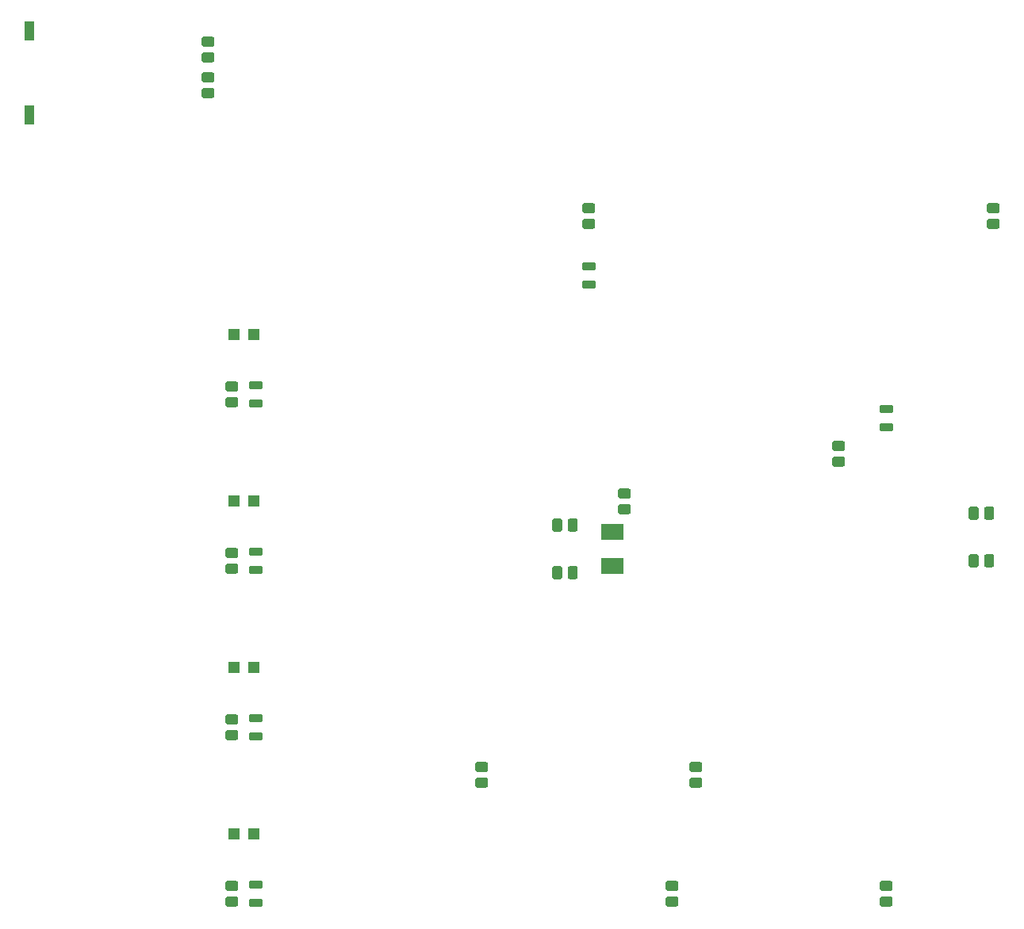
<source format=gbr>
G04 EAGLE Gerber RS-274X export*
G75*
%MOMM*%
%FSLAX34Y34*%
%LPD*%
%INSolderpaste Top*%
%IPPOS*%
%AMOC8*
5,1,8,0,0,1.08239X$1,22.5*%
G01*
%ADD10C,0.504000*%
%ADD11R,1.200000X1.200000*%
%ADD12C,0.443700*%
%ADD13R,1.092200X2.006600*%
%ADD14R,2.400000X1.700000*%

G36*
X398491Y900732D02*
X398491Y900732D01*
X398498Y900737D01*
X398502Y900733D01*
X398884Y900824D01*
X398888Y900829D01*
X398892Y900827D01*
X399254Y900977D01*
X399257Y900982D01*
X399261Y900980D01*
X399595Y901185D01*
X399597Y901190D01*
X399601Y901190D01*
X399900Y901445D01*
X399901Y901450D01*
X399905Y901450D01*
X400160Y901749D01*
X400161Y901755D01*
X400165Y901755D01*
X400370Y902089D01*
X400369Y902095D01*
X400374Y902096D01*
X400524Y902458D01*
X400523Y902460D01*
X400524Y902460D01*
X400522Y902463D01*
X400522Y902464D01*
X400526Y902466D01*
X400617Y902848D01*
X400615Y902853D01*
X400617Y902854D01*
X400618Y902855D01*
X400649Y903246D01*
X400647Y903249D01*
X400649Y903250D01*
X400649Y908750D01*
X400647Y908752D01*
X400649Y908754D01*
X400618Y909145D01*
X400614Y909149D01*
X400617Y909152D01*
X400526Y909534D01*
X400521Y909538D01*
X400524Y909542D01*
X400374Y909904D01*
X400368Y909907D01*
X400370Y909911D01*
X400165Y910245D01*
X400160Y910247D01*
X400160Y910251D01*
X399905Y910550D01*
X399900Y910551D01*
X399900Y910555D01*
X399601Y910810D01*
X399595Y910811D01*
X399595Y910815D01*
X399261Y911020D01*
X399255Y911019D01*
X399254Y911024D01*
X398892Y911174D01*
X398886Y911172D01*
X398884Y911176D01*
X398502Y911267D01*
X398497Y911265D01*
X398495Y911268D01*
X398104Y911299D01*
X398101Y911297D01*
X398100Y911299D01*
X388909Y911268D01*
X388902Y911263D01*
X388898Y911267D01*
X388516Y911176D01*
X388512Y911171D01*
X388508Y911174D01*
X388146Y911024D01*
X388143Y911018D01*
X388139Y911020D01*
X387805Y910815D01*
X387803Y910810D01*
X387799Y910810D01*
X387500Y910555D01*
X387499Y910550D01*
X387495Y910550D01*
X387240Y910251D01*
X387239Y910245D01*
X387235Y910245D01*
X387030Y909911D01*
X387031Y909905D01*
X387027Y909904D01*
X386877Y909542D01*
X386878Y909536D01*
X386874Y909534D01*
X386783Y909152D01*
X386785Y909147D01*
X386782Y909145D01*
X386751Y908754D01*
X386753Y908751D01*
X386751Y908750D01*
X386751Y903250D01*
X386753Y903248D01*
X386751Y903246D01*
X386782Y902855D01*
X386786Y902851D01*
X386783Y902848D01*
X386874Y902466D01*
X386879Y902462D01*
X386877Y902458D01*
X387027Y902096D01*
X387032Y902093D01*
X387030Y902089D01*
X387235Y901755D01*
X387240Y901753D01*
X387240Y901749D01*
X387495Y901450D01*
X387500Y901449D01*
X387500Y901445D01*
X387799Y901190D01*
X387805Y901189D01*
X387805Y901185D01*
X388139Y900980D01*
X388145Y900981D01*
X388146Y900977D01*
X388508Y900827D01*
X388514Y900828D01*
X388516Y900824D01*
X388898Y900733D01*
X388903Y900735D01*
X388905Y900732D01*
X389296Y900701D01*
X389299Y900703D01*
X389300Y900701D01*
X398491Y900732D01*
G37*
G36*
X398491Y955632D02*
X398491Y955632D01*
X398498Y955637D01*
X398502Y955633D01*
X398884Y955724D01*
X398888Y955729D01*
X398892Y955727D01*
X399254Y955877D01*
X399257Y955882D01*
X399261Y955880D01*
X399595Y956085D01*
X399597Y956090D01*
X399601Y956090D01*
X399900Y956345D01*
X399901Y956350D01*
X399905Y956350D01*
X400160Y956649D01*
X400161Y956655D01*
X400165Y956655D01*
X400370Y956989D01*
X400369Y956995D01*
X400374Y956996D01*
X400524Y957358D01*
X400523Y957360D01*
X400524Y957360D01*
X400522Y957363D01*
X400522Y957364D01*
X400526Y957366D01*
X400617Y957748D01*
X400615Y957753D01*
X400617Y957754D01*
X400618Y957755D01*
X400649Y958146D01*
X400647Y958149D01*
X400649Y958150D01*
X400649Y963650D01*
X400647Y963652D01*
X400649Y963654D01*
X400618Y964045D01*
X400614Y964049D01*
X400617Y964052D01*
X400526Y964434D01*
X400521Y964438D01*
X400524Y964442D01*
X400374Y964804D01*
X400368Y964807D01*
X400370Y964811D01*
X400165Y965145D01*
X400160Y965147D01*
X400160Y965151D01*
X399905Y965450D01*
X399900Y965451D01*
X399900Y965455D01*
X399601Y965710D01*
X399595Y965711D01*
X399595Y965715D01*
X399261Y965920D01*
X399255Y965919D01*
X399254Y965924D01*
X398892Y966074D01*
X398886Y966072D01*
X398884Y966076D01*
X398502Y966167D01*
X398497Y966165D01*
X398495Y966168D01*
X398104Y966199D01*
X398101Y966197D01*
X398100Y966199D01*
X388909Y966168D01*
X388902Y966163D01*
X388898Y966167D01*
X388516Y966076D01*
X388512Y966071D01*
X388508Y966074D01*
X388146Y965924D01*
X388143Y965918D01*
X388139Y965920D01*
X387805Y965715D01*
X387803Y965710D01*
X387799Y965710D01*
X387500Y965455D01*
X387499Y965450D01*
X387495Y965450D01*
X387240Y965151D01*
X387239Y965145D01*
X387235Y965145D01*
X387030Y964811D01*
X387031Y964805D01*
X387027Y964804D01*
X386877Y964442D01*
X386878Y964436D01*
X386874Y964434D01*
X386783Y964052D01*
X386785Y964047D01*
X386782Y964045D01*
X386751Y963654D01*
X386753Y963651D01*
X386751Y963650D01*
X386751Y958150D01*
X386753Y958148D01*
X386751Y958146D01*
X386782Y957755D01*
X386786Y957751D01*
X386783Y957748D01*
X386874Y957366D01*
X386879Y957362D01*
X386877Y957358D01*
X387027Y956996D01*
X387032Y956993D01*
X387030Y956989D01*
X387235Y956655D01*
X387240Y956653D01*
X387240Y956649D01*
X387495Y956350D01*
X387500Y956349D01*
X387500Y956345D01*
X387799Y956090D01*
X387805Y956089D01*
X387805Y956085D01*
X388139Y955880D01*
X388145Y955881D01*
X388146Y955877D01*
X388508Y955727D01*
X388514Y955728D01*
X388516Y955724D01*
X388898Y955633D01*
X388903Y955635D01*
X388905Y955632D01*
X389296Y955601D01*
X389299Y955603D01*
X389300Y955601D01*
X398491Y955632D01*
G37*
G36*
X398491Y938832D02*
X398491Y938832D01*
X398498Y938837D01*
X398502Y938833D01*
X398884Y938924D01*
X398888Y938929D01*
X398892Y938927D01*
X399254Y939077D01*
X399257Y939082D01*
X399261Y939080D01*
X399595Y939285D01*
X399597Y939290D01*
X399601Y939290D01*
X399900Y939545D01*
X399901Y939550D01*
X399905Y939550D01*
X400160Y939849D01*
X400161Y939855D01*
X400165Y939855D01*
X400370Y940189D01*
X400369Y940195D01*
X400374Y940196D01*
X400524Y940558D01*
X400523Y940560D01*
X400524Y940560D01*
X400522Y940563D01*
X400522Y940564D01*
X400526Y940566D01*
X400617Y940948D01*
X400615Y940953D01*
X400617Y940954D01*
X400618Y940955D01*
X400649Y941346D01*
X400647Y941349D01*
X400649Y941350D01*
X400649Y946850D01*
X400647Y946852D01*
X400649Y946854D01*
X400618Y947245D01*
X400614Y947249D01*
X400617Y947252D01*
X400526Y947634D01*
X400521Y947638D01*
X400524Y947642D01*
X400374Y948004D01*
X400368Y948007D01*
X400370Y948011D01*
X400165Y948345D01*
X400160Y948347D01*
X400160Y948351D01*
X399905Y948650D01*
X399900Y948651D01*
X399900Y948655D01*
X399601Y948910D01*
X399595Y948911D01*
X399595Y948915D01*
X399261Y949120D01*
X399255Y949119D01*
X399254Y949124D01*
X398892Y949274D01*
X398886Y949272D01*
X398884Y949276D01*
X398502Y949367D01*
X398497Y949365D01*
X398495Y949368D01*
X398104Y949399D01*
X398101Y949397D01*
X398100Y949399D01*
X388909Y949368D01*
X388902Y949363D01*
X388898Y949367D01*
X388516Y949276D01*
X388512Y949271D01*
X388508Y949274D01*
X388146Y949124D01*
X388143Y949118D01*
X388139Y949120D01*
X387805Y948915D01*
X387803Y948910D01*
X387799Y948910D01*
X387500Y948655D01*
X387499Y948650D01*
X387495Y948650D01*
X387240Y948351D01*
X387239Y948345D01*
X387235Y948345D01*
X387030Y948011D01*
X387031Y948005D01*
X387027Y948004D01*
X386877Y947642D01*
X386878Y947636D01*
X386874Y947634D01*
X386783Y947252D01*
X386785Y947247D01*
X386782Y947245D01*
X386751Y946854D01*
X386753Y946851D01*
X386751Y946850D01*
X386751Y941350D01*
X386753Y941348D01*
X386751Y941346D01*
X386782Y940955D01*
X386786Y940951D01*
X386783Y940948D01*
X386874Y940566D01*
X386879Y940562D01*
X386877Y940558D01*
X387027Y940196D01*
X387032Y940193D01*
X387030Y940189D01*
X387235Y939855D01*
X387240Y939853D01*
X387240Y939849D01*
X387495Y939550D01*
X387500Y939549D01*
X387500Y939545D01*
X387799Y939290D01*
X387805Y939289D01*
X387805Y939285D01*
X388139Y939080D01*
X388145Y939081D01*
X388146Y939077D01*
X388508Y938927D01*
X388514Y938928D01*
X388516Y938924D01*
X388898Y938833D01*
X388903Y938835D01*
X388905Y938832D01*
X389296Y938801D01*
X389299Y938803D01*
X389300Y938801D01*
X398491Y938832D01*
G37*
G36*
X398491Y917532D02*
X398491Y917532D01*
X398498Y917537D01*
X398502Y917533D01*
X398884Y917624D01*
X398888Y917629D01*
X398892Y917627D01*
X399254Y917777D01*
X399257Y917782D01*
X399261Y917780D01*
X399595Y917985D01*
X399597Y917990D01*
X399601Y917990D01*
X399900Y918245D01*
X399901Y918250D01*
X399905Y918250D01*
X400160Y918549D01*
X400161Y918555D01*
X400165Y918555D01*
X400370Y918889D01*
X400369Y918895D01*
X400374Y918896D01*
X400524Y919258D01*
X400523Y919260D01*
X400524Y919260D01*
X400522Y919263D01*
X400522Y919264D01*
X400526Y919266D01*
X400617Y919648D01*
X400615Y919653D01*
X400617Y919654D01*
X400618Y919655D01*
X400649Y920046D01*
X400647Y920049D01*
X400649Y920050D01*
X400649Y925550D01*
X400647Y925552D01*
X400649Y925554D01*
X400618Y925945D01*
X400614Y925949D01*
X400617Y925952D01*
X400526Y926334D01*
X400521Y926338D01*
X400524Y926342D01*
X400374Y926704D01*
X400368Y926707D01*
X400370Y926711D01*
X400165Y927045D01*
X400160Y927047D01*
X400160Y927051D01*
X399905Y927350D01*
X399900Y927351D01*
X399900Y927355D01*
X399601Y927610D01*
X399595Y927611D01*
X399595Y927615D01*
X399261Y927820D01*
X399255Y927819D01*
X399254Y927824D01*
X398892Y927974D01*
X398886Y927972D01*
X398884Y927976D01*
X398502Y928067D01*
X398497Y928065D01*
X398495Y928068D01*
X398104Y928099D01*
X398101Y928097D01*
X398100Y928099D01*
X388909Y928068D01*
X388902Y928063D01*
X388898Y928067D01*
X388516Y927976D01*
X388512Y927971D01*
X388508Y927974D01*
X388146Y927824D01*
X388143Y927818D01*
X388139Y927820D01*
X387805Y927615D01*
X387803Y927610D01*
X387799Y927610D01*
X387500Y927355D01*
X387499Y927350D01*
X387495Y927350D01*
X387240Y927051D01*
X387239Y927045D01*
X387235Y927045D01*
X387030Y926711D01*
X387031Y926705D01*
X387027Y926704D01*
X386877Y926342D01*
X386878Y926336D01*
X386874Y926334D01*
X386783Y925952D01*
X386785Y925947D01*
X386782Y925945D01*
X386751Y925554D01*
X386753Y925551D01*
X386751Y925550D01*
X386751Y920050D01*
X386753Y920048D01*
X386751Y920046D01*
X386782Y919655D01*
X386786Y919651D01*
X386783Y919648D01*
X386874Y919266D01*
X386879Y919262D01*
X386877Y919258D01*
X387027Y918896D01*
X387032Y918893D01*
X387030Y918889D01*
X387235Y918555D01*
X387240Y918553D01*
X387240Y918549D01*
X387495Y918250D01*
X387500Y918249D01*
X387500Y918245D01*
X387799Y917990D01*
X387805Y917989D01*
X387805Y917985D01*
X388139Y917780D01*
X388145Y917781D01*
X388146Y917777D01*
X388508Y917627D01*
X388514Y917628D01*
X388516Y917624D01*
X388898Y917533D01*
X388903Y917535D01*
X388905Y917532D01*
X389296Y917501D01*
X389299Y917503D01*
X389300Y917501D01*
X398491Y917532D01*
G37*
G36*
X804891Y777832D02*
X804891Y777832D01*
X804898Y777837D01*
X804902Y777833D01*
X805284Y777924D01*
X805288Y777929D01*
X805292Y777927D01*
X805654Y778077D01*
X805657Y778082D01*
X805661Y778080D01*
X805995Y778285D01*
X805997Y778290D01*
X806001Y778290D01*
X806300Y778545D01*
X806301Y778550D01*
X806305Y778550D01*
X806560Y778849D01*
X806561Y778855D01*
X806565Y778855D01*
X806770Y779189D01*
X806769Y779195D01*
X806774Y779196D01*
X806924Y779558D01*
X806923Y779560D01*
X806924Y779560D01*
X806922Y779563D01*
X806922Y779564D01*
X806926Y779566D01*
X807017Y779948D01*
X807015Y779953D01*
X807017Y779954D01*
X807018Y779955D01*
X807049Y780346D01*
X807047Y780349D01*
X807049Y780350D01*
X807049Y785850D01*
X807047Y785852D01*
X807049Y785854D01*
X807018Y786245D01*
X807014Y786249D01*
X807017Y786252D01*
X806926Y786634D01*
X806921Y786638D01*
X806924Y786642D01*
X806774Y787004D01*
X806768Y787007D01*
X806770Y787011D01*
X806565Y787345D01*
X806560Y787347D01*
X806560Y787351D01*
X806305Y787650D01*
X806300Y787651D01*
X806300Y787655D01*
X806001Y787910D01*
X805995Y787911D01*
X805995Y787915D01*
X805661Y788120D01*
X805655Y788119D01*
X805654Y788124D01*
X805292Y788274D01*
X805286Y788272D01*
X805284Y788276D01*
X804902Y788367D01*
X804897Y788365D01*
X804895Y788368D01*
X804504Y788399D01*
X804501Y788397D01*
X804500Y788399D01*
X795309Y788368D01*
X795302Y788363D01*
X795298Y788367D01*
X794916Y788276D01*
X794912Y788271D01*
X794908Y788274D01*
X794546Y788124D01*
X794543Y788118D01*
X794539Y788120D01*
X794205Y787915D01*
X794203Y787910D01*
X794199Y787910D01*
X793900Y787655D01*
X793899Y787650D01*
X793895Y787650D01*
X793640Y787351D01*
X793639Y787345D01*
X793635Y787345D01*
X793430Y787011D01*
X793431Y787005D01*
X793427Y787004D01*
X793277Y786642D01*
X793278Y786636D01*
X793274Y786634D01*
X793183Y786252D01*
X793185Y786247D01*
X793182Y786245D01*
X793151Y785854D01*
X793153Y785851D01*
X793151Y785850D01*
X793151Y780350D01*
X793153Y780348D01*
X793151Y780346D01*
X793182Y779955D01*
X793186Y779951D01*
X793183Y779948D01*
X793274Y779566D01*
X793279Y779562D01*
X793277Y779558D01*
X793427Y779196D01*
X793432Y779193D01*
X793430Y779189D01*
X793635Y778855D01*
X793640Y778853D01*
X793640Y778849D01*
X793895Y778550D01*
X793900Y778549D01*
X793900Y778545D01*
X794199Y778290D01*
X794205Y778289D01*
X794205Y778285D01*
X794539Y778080D01*
X794545Y778081D01*
X794546Y778077D01*
X794908Y777927D01*
X794914Y777928D01*
X794916Y777924D01*
X795298Y777833D01*
X795303Y777835D01*
X795305Y777832D01*
X795696Y777801D01*
X795699Y777803D01*
X795700Y777801D01*
X804891Y777832D01*
G37*
G36*
X1236691Y777832D02*
X1236691Y777832D01*
X1236698Y777837D01*
X1236702Y777833D01*
X1237084Y777924D01*
X1237088Y777929D01*
X1237092Y777927D01*
X1237454Y778077D01*
X1237457Y778082D01*
X1237461Y778080D01*
X1237795Y778285D01*
X1237797Y778290D01*
X1237801Y778290D01*
X1238100Y778545D01*
X1238101Y778550D01*
X1238105Y778550D01*
X1238360Y778849D01*
X1238361Y778855D01*
X1238365Y778855D01*
X1238570Y779189D01*
X1238569Y779195D01*
X1238574Y779196D01*
X1238724Y779558D01*
X1238723Y779560D01*
X1238724Y779560D01*
X1238722Y779563D01*
X1238722Y779564D01*
X1238726Y779566D01*
X1238817Y779948D01*
X1238815Y779953D01*
X1238817Y779954D01*
X1238818Y779955D01*
X1238849Y780346D01*
X1238847Y780349D01*
X1238849Y780350D01*
X1238849Y785850D01*
X1238847Y785852D01*
X1238849Y785854D01*
X1238818Y786245D01*
X1238814Y786249D01*
X1238817Y786252D01*
X1238726Y786634D01*
X1238721Y786638D01*
X1238724Y786642D01*
X1238574Y787004D01*
X1238568Y787007D01*
X1238570Y787011D01*
X1238365Y787345D01*
X1238360Y787347D01*
X1238360Y787351D01*
X1238105Y787650D01*
X1238100Y787651D01*
X1238100Y787655D01*
X1237801Y787910D01*
X1237795Y787911D01*
X1237795Y787915D01*
X1237461Y788120D01*
X1237455Y788119D01*
X1237454Y788124D01*
X1237092Y788274D01*
X1237086Y788272D01*
X1237084Y788276D01*
X1236702Y788367D01*
X1236697Y788365D01*
X1236695Y788368D01*
X1236304Y788399D01*
X1236301Y788397D01*
X1236300Y788399D01*
X1227109Y788368D01*
X1227102Y788363D01*
X1227098Y788367D01*
X1226716Y788276D01*
X1226712Y788271D01*
X1226708Y788274D01*
X1226346Y788124D01*
X1226343Y788118D01*
X1226339Y788120D01*
X1226005Y787915D01*
X1226003Y787910D01*
X1225999Y787910D01*
X1225700Y787655D01*
X1225699Y787650D01*
X1225695Y787650D01*
X1225440Y787351D01*
X1225439Y787345D01*
X1225435Y787345D01*
X1225230Y787011D01*
X1225231Y787005D01*
X1225227Y787004D01*
X1225077Y786642D01*
X1225078Y786636D01*
X1225074Y786634D01*
X1224983Y786252D01*
X1224985Y786247D01*
X1224982Y786245D01*
X1224951Y785854D01*
X1224953Y785851D01*
X1224951Y785850D01*
X1224951Y780350D01*
X1224953Y780348D01*
X1224951Y780346D01*
X1224982Y779955D01*
X1224986Y779951D01*
X1224983Y779948D01*
X1225074Y779566D01*
X1225079Y779562D01*
X1225077Y779558D01*
X1225227Y779196D01*
X1225232Y779193D01*
X1225230Y779189D01*
X1225435Y778855D01*
X1225440Y778853D01*
X1225440Y778849D01*
X1225695Y778550D01*
X1225700Y778549D01*
X1225700Y778545D01*
X1225999Y778290D01*
X1226005Y778289D01*
X1226005Y778285D01*
X1226339Y778080D01*
X1226345Y778081D01*
X1226346Y778077D01*
X1226708Y777927D01*
X1226714Y777928D01*
X1226716Y777924D01*
X1227098Y777833D01*
X1227103Y777835D01*
X1227105Y777832D01*
X1227496Y777801D01*
X1227499Y777803D01*
X1227500Y777801D01*
X1236691Y777832D01*
G37*
G36*
X804891Y761032D02*
X804891Y761032D01*
X804898Y761037D01*
X804902Y761033D01*
X805284Y761124D01*
X805288Y761129D01*
X805292Y761127D01*
X805654Y761277D01*
X805657Y761282D01*
X805661Y761280D01*
X805995Y761485D01*
X805997Y761490D01*
X806001Y761490D01*
X806300Y761745D01*
X806301Y761750D01*
X806305Y761750D01*
X806560Y762049D01*
X806561Y762055D01*
X806565Y762055D01*
X806770Y762389D01*
X806769Y762395D01*
X806774Y762396D01*
X806924Y762758D01*
X806923Y762760D01*
X806924Y762760D01*
X806922Y762763D01*
X806922Y762764D01*
X806926Y762766D01*
X807017Y763148D01*
X807015Y763153D01*
X807017Y763154D01*
X807018Y763155D01*
X807049Y763546D01*
X807047Y763549D01*
X807049Y763550D01*
X807049Y769050D01*
X807047Y769052D01*
X807049Y769054D01*
X807018Y769445D01*
X807014Y769449D01*
X807017Y769452D01*
X806926Y769834D01*
X806921Y769838D01*
X806924Y769842D01*
X806774Y770204D01*
X806768Y770207D01*
X806770Y770211D01*
X806565Y770545D01*
X806560Y770547D01*
X806560Y770551D01*
X806305Y770850D01*
X806300Y770851D01*
X806300Y770855D01*
X806001Y771110D01*
X805995Y771111D01*
X805995Y771115D01*
X805661Y771320D01*
X805655Y771319D01*
X805654Y771324D01*
X805292Y771474D01*
X805286Y771472D01*
X805284Y771476D01*
X804902Y771567D01*
X804897Y771565D01*
X804895Y771568D01*
X804504Y771599D01*
X804501Y771597D01*
X804500Y771599D01*
X795309Y771568D01*
X795302Y771563D01*
X795298Y771567D01*
X794916Y771476D01*
X794912Y771471D01*
X794908Y771474D01*
X794546Y771324D01*
X794543Y771318D01*
X794539Y771320D01*
X794205Y771115D01*
X794203Y771110D01*
X794199Y771110D01*
X793900Y770855D01*
X793899Y770850D01*
X793895Y770850D01*
X793640Y770551D01*
X793639Y770545D01*
X793635Y770545D01*
X793430Y770211D01*
X793431Y770205D01*
X793427Y770204D01*
X793277Y769842D01*
X793278Y769836D01*
X793274Y769834D01*
X793183Y769452D01*
X793185Y769447D01*
X793182Y769445D01*
X793151Y769054D01*
X793153Y769051D01*
X793151Y769050D01*
X793151Y763550D01*
X793153Y763548D01*
X793151Y763546D01*
X793182Y763155D01*
X793186Y763151D01*
X793183Y763148D01*
X793274Y762766D01*
X793279Y762762D01*
X793277Y762758D01*
X793427Y762396D01*
X793432Y762393D01*
X793430Y762389D01*
X793635Y762055D01*
X793640Y762053D01*
X793640Y762049D01*
X793895Y761750D01*
X793900Y761749D01*
X793900Y761745D01*
X794199Y761490D01*
X794205Y761489D01*
X794205Y761485D01*
X794539Y761280D01*
X794545Y761281D01*
X794546Y761277D01*
X794908Y761127D01*
X794914Y761128D01*
X794916Y761124D01*
X795298Y761033D01*
X795303Y761035D01*
X795305Y761032D01*
X795696Y761001D01*
X795699Y761003D01*
X795700Y761001D01*
X804891Y761032D01*
G37*
G36*
X1236691Y761032D02*
X1236691Y761032D01*
X1236698Y761037D01*
X1236702Y761033D01*
X1237084Y761124D01*
X1237088Y761129D01*
X1237092Y761127D01*
X1237454Y761277D01*
X1237457Y761282D01*
X1237461Y761280D01*
X1237795Y761485D01*
X1237797Y761490D01*
X1237801Y761490D01*
X1238100Y761745D01*
X1238101Y761750D01*
X1238105Y761750D01*
X1238360Y762049D01*
X1238361Y762055D01*
X1238365Y762055D01*
X1238570Y762389D01*
X1238569Y762395D01*
X1238574Y762396D01*
X1238724Y762758D01*
X1238723Y762760D01*
X1238724Y762760D01*
X1238722Y762763D01*
X1238722Y762764D01*
X1238726Y762766D01*
X1238817Y763148D01*
X1238815Y763153D01*
X1238817Y763154D01*
X1238818Y763155D01*
X1238849Y763546D01*
X1238847Y763549D01*
X1238849Y763550D01*
X1238849Y769050D01*
X1238847Y769052D01*
X1238849Y769054D01*
X1238818Y769445D01*
X1238814Y769449D01*
X1238817Y769452D01*
X1238726Y769834D01*
X1238721Y769838D01*
X1238724Y769842D01*
X1238574Y770204D01*
X1238568Y770207D01*
X1238570Y770211D01*
X1238365Y770545D01*
X1238360Y770547D01*
X1238360Y770551D01*
X1238105Y770850D01*
X1238100Y770851D01*
X1238100Y770855D01*
X1237801Y771110D01*
X1237795Y771111D01*
X1237795Y771115D01*
X1237461Y771320D01*
X1237455Y771319D01*
X1237454Y771324D01*
X1237092Y771474D01*
X1237086Y771472D01*
X1237084Y771476D01*
X1236702Y771567D01*
X1236697Y771565D01*
X1236695Y771568D01*
X1236304Y771599D01*
X1236301Y771597D01*
X1236300Y771599D01*
X1227109Y771568D01*
X1227102Y771563D01*
X1227098Y771567D01*
X1226716Y771476D01*
X1226712Y771471D01*
X1226708Y771474D01*
X1226346Y771324D01*
X1226343Y771318D01*
X1226339Y771320D01*
X1226005Y771115D01*
X1226003Y771110D01*
X1225999Y771110D01*
X1225700Y770855D01*
X1225699Y770850D01*
X1225695Y770850D01*
X1225440Y770551D01*
X1225439Y770545D01*
X1225435Y770545D01*
X1225230Y770211D01*
X1225231Y770205D01*
X1225227Y770204D01*
X1225077Y769842D01*
X1225078Y769836D01*
X1225074Y769834D01*
X1224983Y769452D01*
X1224985Y769447D01*
X1224982Y769445D01*
X1224951Y769054D01*
X1224953Y769051D01*
X1224951Y769050D01*
X1224951Y763550D01*
X1224953Y763548D01*
X1224951Y763546D01*
X1224982Y763155D01*
X1224986Y763151D01*
X1224983Y763148D01*
X1225074Y762766D01*
X1225079Y762762D01*
X1225077Y762758D01*
X1225227Y762396D01*
X1225232Y762393D01*
X1225230Y762389D01*
X1225435Y762055D01*
X1225440Y762053D01*
X1225440Y762049D01*
X1225695Y761750D01*
X1225700Y761749D01*
X1225700Y761745D01*
X1225999Y761490D01*
X1226005Y761489D01*
X1226005Y761485D01*
X1226339Y761280D01*
X1226345Y761281D01*
X1226346Y761277D01*
X1226708Y761127D01*
X1226714Y761128D01*
X1226716Y761124D01*
X1227098Y761033D01*
X1227103Y761035D01*
X1227105Y761032D01*
X1227496Y761001D01*
X1227499Y761003D01*
X1227500Y761001D01*
X1236691Y761032D01*
G37*
G36*
X690591Y164132D02*
X690591Y164132D01*
X690598Y164137D01*
X690602Y164133D01*
X690984Y164224D01*
X690988Y164229D01*
X690992Y164227D01*
X691354Y164377D01*
X691357Y164382D01*
X691361Y164380D01*
X691695Y164585D01*
X691697Y164590D01*
X691701Y164590D01*
X692000Y164845D01*
X692001Y164850D01*
X692005Y164850D01*
X692260Y165149D01*
X692261Y165155D01*
X692265Y165155D01*
X692470Y165489D01*
X692469Y165495D01*
X692474Y165496D01*
X692624Y165858D01*
X692623Y165860D01*
X692624Y165860D01*
X692622Y165863D01*
X692622Y165864D01*
X692626Y165866D01*
X692717Y166248D01*
X692715Y166253D01*
X692717Y166254D01*
X692718Y166255D01*
X692749Y166646D01*
X692747Y166649D01*
X692749Y166650D01*
X692749Y172150D01*
X692747Y172152D01*
X692749Y172154D01*
X692718Y172545D01*
X692714Y172549D01*
X692717Y172552D01*
X692626Y172934D01*
X692621Y172938D01*
X692624Y172942D01*
X692474Y173304D01*
X692468Y173307D01*
X692470Y173311D01*
X692265Y173645D01*
X692260Y173647D01*
X692260Y173651D01*
X692005Y173950D01*
X692000Y173951D01*
X692000Y173955D01*
X691701Y174210D01*
X691695Y174211D01*
X691695Y174215D01*
X691361Y174420D01*
X691355Y174419D01*
X691354Y174424D01*
X690992Y174574D01*
X690986Y174572D01*
X690984Y174576D01*
X690602Y174667D01*
X690597Y174665D01*
X690595Y174668D01*
X690204Y174699D01*
X690201Y174697D01*
X690200Y174699D01*
X681009Y174668D01*
X681002Y174663D01*
X680998Y174667D01*
X680616Y174576D01*
X680612Y174571D01*
X680608Y174574D01*
X680246Y174424D01*
X680243Y174418D01*
X680239Y174420D01*
X679905Y174215D01*
X679903Y174210D01*
X679899Y174210D01*
X679600Y173955D01*
X679599Y173950D01*
X679595Y173950D01*
X679340Y173651D01*
X679339Y173645D01*
X679335Y173645D01*
X679130Y173311D01*
X679131Y173305D01*
X679127Y173304D01*
X678977Y172942D01*
X678978Y172936D01*
X678974Y172934D01*
X678883Y172552D01*
X678885Y172547D01*
X678882Y172545D01*
X678851Y172154D01*
X678853Y172151D01*
X678851Y172150D01*
X678851Y166650D01*
X678853Y166648D01*
X678851Y166646D01*
X678882Y166255D01*
X678886Y166251D01*
X678883Y166248D01*
X678974Y165866D01*
X678979Y165862D01*
X678977Y165858D01*
X679127Y165496D01*
X679132Y165493D01*
X679130Y165489D01*
X679335Y165155D01*
X679340Y165153D01*
X679340Y165149D01*
X679595Y164850D01*
X679600Y164849D01*
X679600Y164845D01*
X679899Y164590D01*
X679905Y164589D01*
X679905Y164585D01*
X680239Y164380D01*
X680245Y164381D01*
X680246Y164377D01*
X680608Y164227D01*
X680614Y164228D01*
X680616Y164224D01*
X680998Y164133D01*
X681003Y164135D01*
X681005Y164132D01*
X681396Y164101D01*
X681399Y164103D01*
X681400Y164101D01*
X690591Y164132D01*
G37*
G36*
X893791Y53932D02*
X893791Y53932D01*
X893798Y53937D01*
X893802Y53933D01*
X894184Y54024D01*
X894188Y54029D01*
X894192Y54027D01*
X894554Y54177D01*
X894557Y54182D01*
X894561Y54180D01*
X894895Y54385D01*
X894897Y54390D01*
X894901Y54390D01*
X895200Y54645D01*
X895201Y54650D01*
X895205Y54650D01*
X895460Y54949D01*
X895461Y54955D01*
X895465Y54955D01*
X895670Y55289D01*
X895669Y55295D01*
X895674Y55296D01*
X895824Y55658D01*
X895823Y55660D01*
X895824Y55660D01*
X895822Y55663D01*
X895822Y55664D01*
X895826Y55666D01*
X895917Y56048D01*
X895915Y56053D01*
X895917Y56054D01*
X895918Y56055D01*
X895949Y56446D01*
X895947Y56449D01*
X895949Y56450D01*
X895949Y61950D01*
X895947Y61952D01*
X895949Y61954D01*
X895918Y62345D01*
X895914Y62349D01*
X895917Y62352D01*
X895826Y62734D01*
X895821Y62738D01*
X895824Y62742D01*
X895674Y63104D01*
X895668Y63107D01*
X895670Y63111D01*
X895465Y63445D01*
X895460Y63447D01*
X895460Y63451D01*
X895205Y63750D01*
X895200Y63751D01*
X895200Y63755D01*
X894901Y64010D01*
X894895Y64011D01*
X894895Y64015D01*
X894561Y64220D01*
X894555Y64219D01*
X894554Y64224D01*
X894192Y64374D01*
X894186Y64372D01*
X894184Y64376D01*
X893802Y64467D01*
X893797Y64465D01*
X893795Y64468D01*
X893404Y64499D01*
X893401Y64497D01*
X893400Y64499D01*
X884209Y64468D01*
X884202Y64463D01*
X884198Y64467D01*
X883816Y64376D01*
X883812Y64371D01*
X883808Y64374D01*
X883446Y64224D01*
X883443Y64218D01*
X883439Y64220D01*
X883105Y64015D01*
X883103Y64010D01*
X883099Y64010D01*
X882800Y63755D01*
X882799Y63750D01*
X882795Y63750D01*
X882540Y63451D01*
X882539Y63445D01*
X882535Y63445D01*
X882330Y63111D01*
X882331Y63105D01*
X882327Y63104D01*
X882177Y62742D01*
X882178Y62736D01*
X882174Y62734D01*
X882083Y62352D01*
X882085Y62347D01*
X882082Y62345D01*
X882051Y61954D01*
X882053Y61951D01*
X882051Y61950D01*
X882051Y56450D01*
X882053Y56448D01*
X882051Y56446D01*
X882082Y56055D01*
X882086Y56051D01*
X882083Y56048D01*
X882174Y55666D01*
X882179Y55662D01*
X882177Y55658D01*
X882327Y55296D01*
X882332Y55293D01*
X882330Y55289D01*
X882535Y54955D01*
X882540Y54953D01*
X882540Y54949D01*
X882795Y54650D01*
X882800Y54649D01*
X882800Y54645D01*
X883099Y54390D01*
X883105Y54389D01*
X883105Y54385D01*
X883439Y54180D01*
X883445Y54181D01*
X883446Y54177D01*
X883808Y54027D01*
X883814Y54028D01*
X883816Y54024D01*
X884198Y53933D01*
X884203Y53935D01*
X884205Y53932D01*
X884596Y53901D01*
X884599Y53903D01*
X884600Y53901D01*
X893791Y53932D01*
G37*
G36*
X423891Y53932D02*
X423891Y53932D01*
X423898Y53937D01*
X423902Y53933D01*
X424284Y54024D01*
X424288Y54029D01*
X424292Y54027D01*
X424654Y54177D01*
X424657Y54182D01*
X424661Y54180D01*
X424995Y54385D01*
X424997Y54390D01*
X425001Y54390D01*
X425300Y54645D01*
X425301Y54650D01*
X425305Y54650D01*
X425560Y54949D01*
X425561Y54955D01*
X425565Y54955D01*
X425770Y55289D01*
X425769Y55295D01*
X425774Y55296D01*
X425924Y55658D01*
X425923Y55660D01*
X425924Y55660D01*
X425922Y55663D01*
X425922Y55664D01*
X425926Y55666D01*
X426017Y56048D01*
X426015Y56053D01*
X426017Y56054D01*
X426018Y56055D01*
X426049Y56446D01*
X426047Y56449D01*
X426049Y56450D01*
X426049Y61950D01*
X426047Y61952D01*
X426049Y61954D01*
X426018Y62345D01*
X426014Y62349D01*
X426017Y62352D01*
X425926Y62734D01*
X425921Y62738D01*
X425924Y62742D01*
X425774Y63104D01*
X425768Y63107D01*
X425770Y63111D01*
X425565Y63445D01*
X425560Y63447D01*
X425560Y63451D01*
X425305Y63750D01*
X425300Y63751D01*
X425300Y63755D01*
X425001Y64010D01*
X424995Y64011D01*
X424995Y64015D01*
X424661Y64220D01*
X424655Y64219D01*
X424654Y64224D01*
X424292Y64374D01*
X424286Y64372D01*
X424284Y64376D01*
X423902Y64467D01*
X423897Y64465D01*
X423895Y64468D01*
X423504Y64499D01*
X423501Y64497D01*
X423500Y64499D01*
X414309Y64468D01*
X414302Y64463D01*
X414298Y64467D01*
X413916Y64376D01*
X413912Y64371D01*
X413908Y64374D01*
X413546Y64224D01*
X413543Y64218D01*
X413539Y64220D01*
X413205Y64015D01*
X413203Y64010D01*
X413199Y64010D01*
X412900Y63755D01*
X412899Y63750D01*
X412895Y63750D01*
X412640Y63451D01*
X412639Y63445D01*
X412635Y63445D01*
X412430Y63111D01*
X412431Y63105D01*
X412427Y63104D01*
X412277Y62742D01*
X412278Y62736D01*
X412274Y62734D01*
X412183Y62352D01*
X412185Y62347D01*
X412182Y62345D01*
X412151Y61954D01*
X412153Y61951D01*
X412151Y61950D01*
X412151Y56450D01*
X412153Y56448D01*
X412151Y56446D01*
X412182Y56055D01*
X412186Y56051D01*
X412183Y56048D01*
X412274Y55666D01*
X412279Y55662D01*
X412277Y55658D01*
X412427Y55296D01*
X412432Y55293D01*
X412430Y55289D01*
X412635Y54955D01*
X412640Y54953D01*
X412640Y54949D01*
X412895Y54650D01*
X412900Y54649D01*
X412900Y54645D01*
X413199Y54390D01*
X413205Y54389D01*
X413205Y54385D01*
X413539Y54180D01*
X413545Y54181D01*
X413546Y54177D01*
X413908Y54027D01*
X413914Y54028D01*
X413916Y54024D01*
X414298Y53933D01*
X414303Y53935D01*
X414305Y53932D01*
X414696Y53901D01*
X414699Y53903D01*
X414700Y53901D01*
X423891Y53932D01*
G37*
G36*
X423891Y587332D02*
X423891Y587332D01*
X423898Y587337D01*
X423902Y587333D01*
X424284Y587424D01*
X424288Y587429D01*
X424292Y587427D01*
X424654Y587577D01*
X424657Y587582D01*
X424661Y587580D01*
X424995Y587785D01*
X424997Y587790D01*
X425001Y587790D01*
X425300Y588045D01*
X425301Y588050D01*
X425305Y588050D01*
X425560Y588349D01*
X425561Y588355D01*
X425565Y588355D01*
X425770Y588689D01*
X425769Y588695D01*
X425774Y588696D01*
X425924Y589058D01*
X425923Y589060D01*
X425924Y589060D01*
X425922Y589063D01*
X425922Y589064D01*
X425926Y589066D01*
X426017Y589448D01*
X426015Y589453D01*
X426017Y589454D01*
X426018Y589455D01*
X426049Y589846D01*
X426047Y589849D01*
X426049Y589850D01*
X426049Y595350D01*
X426047Y595352D01*
X426049Y595354D01*
X426018Y595745D01*
X426014Y595749D01*
X426017Y595752D01*
X425926Y596134D01*
X425921Y596138D01*
X425924Y596142D01*
X425774Y596504D01*
X425768Y596507D01*
X425770Y596511D01*
X425565Y596845D01*
X425560Y596847D01*
X425560Y596851D01*
X425305Y597150D01*
X425300Y597151D01*
X425300Y597155D01*
X425001Y597410D01*
X424995Y597411D01*
X424995Y597415D01*
X424661Y597620D01*
X424655Y597619D01*
X424654Y597624D01*
X424292Y597774D01*
X424286Y597772D01*
X424284Y597776D01*
X423902Y597867D01*
X423897Y597865D01*
X423895Y597868D01*
X423504Y597899D01*
X423501Y597897D01*
X423500Y597899D01*
X414309Y597868D01*
X414302Y597863D01*
X414298Y597867D01*
X413916Y597776D01*
X413912Y597771D01*
X413908Y597774D01*
X413546Y597624D01*
X413543Y597618D01*
X413539Y597620D01*
X413205Y597415D01*
X413203Y597410D01*
X413199Y597410D01*
X412900Y597155D01*
X412899Y597150D01*
X412895Y597150D01*
X412640Y596851D01*
X412639Y596845D01*
X412635Y596845D01*
X412430Y596511D01*
X412431Y596505D01*
X412427Y596504D01*
X412277Y596142D01*
X412278Y596136D01*
X412274Y596134D01*
X412183Y595752D01*
X412185Y595747D01*
X412182Y595745D01*
X412151Y595354D01*
X412153Y595351D01*
X412151Y595350D01*
X412151Y589850D01*
X412153Y589848D01*
X412151Y589846D01*
X412182Y589455D01*
X412186Y589451D01*
X412183Y589448D01*
X412274Y589066D01*
X412279Y589062D01*
X412277Y589058D01*
X412427Y588696D01*
X412432Y588693D01*
X412430Y588689D01*
X412635Y588355D01*
X412640Y588353D01*
X412640Y588349D01*
X412895Y588050D01*
X412900Y588049D01*
X412900Y588045D01*
X413199Y587790D01*
X413205Y587789D01*
X413205Y587785D01*
X413539Y587580D01*
X413545Y587581D01*
X413546Y587577D01*
X413908Y587427D01*
X413914Y587428D01*
X413916Y587424D01*
X414298Y587333D01*
X414303Y587335D01*
X414305Y587332D01*
X414696Y587301D01*
X414699Y587303D01*
X414700Y587301D01*
X423891Y587332D01*
G37*
G36*
X423891Y570532D02*
X423891Y570532D01*
X423898Y570537D01*
X423902Y570533D01*
X424284Y570624D01*
X424288Y570629D01*
X424292Y570627D01*
X424654Y570777D01*
X424657Y570782D01*
X424661Y570780D01*
X424995Y570985D01*
X424997Y570990D01*
X425001Y570990D01*
X425300Y571245D01*
X425301Y571250D01*
X425305Y571250D01*
X425560Y571549D01*
X425561Y571555D01*
X425565Y571555D01*
X425770Y571889D01*
X425769Y571895D01*
X425774Y571896D01*
X425924Y572258D01*
X425923Y572260D01*
X425924Y572260D01*
X425922Y572263D01*
X425922Y572264D01*
X425926Y572266D01*
X426017Y572648D01*
X426015Y572653D01*
X426017Y572654D01*
X426018Y572655D01*
X426049Y573046D01*
X426047Y573049D01*
X426049Y573050D01*
X426049Y578550D01*
X426047Y578552D01*
X426049Y578554D01*
X426018Y578945D01*
X426014Y578949D01*
X426017Y578952D01*
X425926Y579334D01*
X425921Y579338D01*
X425924Y579342D01*
X425774Y579704D01*
X425768Y579707D01*
X425770Y579711D01*
X425565Y580045D01*
X425560Y580047D01*
X425560Y580051D01*
X425305Y580350D01*
X425300Y580351D01*
X425300Y580355D01*
X425001Y580610D01*
X424995Y580611D01*
X424995Y580615D01*
X424661Y580820D01*
X424655Y580819D01*
X424654Y580824D01*
X424292Y580974D01*
X424286Y580972D01*
X424284Y580976D01*
X423902Y581067D01*
X423897Y581065D01*
X423895Y581068D01*
X423504Y581099D01*
X423501Y581097D01*
X423500Y581099D01*
X414309Y581068D01*
X414302Y581063D01*
X414298Y581067D01*
X413916Y580976D01*
X413912Y580971D01*
X413908Y580974D01*
X413546Y580824D01*
X413543Y580818D01*
X413539Y580820D01*
X413205Y580615D01*
X413203Y580610D01*
X413199Y580610D01*
X412900Y580355D01*
X412899Y580350D01*
X412895Y580350D01*
X412640Y580051D01*
X412639Y580045D01*
X412635Y580045D01*
X412430Y579711D01*
X412431Y579705D01*
X412427Y579704D01*
X412277Y579342D01*
X412278Y579336D01*
X412274Y579334D01*
X412183Y578952D01*
X412185Y578947D01*
X412182Y578945D01*
X412151Y578554D01*
X412153Y578551D01*
X412151Y578550D01*
X412151Y573050D01*
X412153Y573048D01*
X412151Y573046D01*
X412182Y572655D01*
X412186Y572651D01*
X412183Y572648D01*
X412274Y572266D01*
X412279Y572262D01*
X412277Y572258D01*
X412427Y571896D01*
X412432Y571893D01*
X412430Y571889D01*
X412635Y571555D01*
X412640Y571553D01*
X412640Y571549D01*
X412895Y571250D01*
X412900Y571249D01*
X412900Y571245D01*
X413199Y570990D01*
X413205Y570989D01*
X413205Y570985D01*
X413539Y570780D01*
X413545Y570781D01*
X413546Y570777D01*
X413908Y570627D01*
X413914Y570628D01*
X413916Y570624D01*
X414298Y570533D01*
X414303Y570535D01*
X414305Y570532D01*
X414696Y570501D01*
X414699Y570503D01*
X414700Y570501D01*
X423891Y570532D01*
G37*
G36*
X423891Y37132D02*
X423891Y37132D01*
X423898Y37137D01*
X423902Y37133D01*
X424284Y37224D01*
X424288Y37229D01*
X424292Y37227D01*
X424654Y37377D01*
X424657Y37382D01*
X424661Y37380D01*
X424995Y37585D01*
X424997Y37590D01*
X425001Y37590D01*
X425300Y37845D01*
X425301Y37850D01*
X425305Y37850D01*
X425560Y38149D01*
X425561Y38155D01*
X425565Y38155D01*
X425770Y38489D01*
X425769Y38495D01*
X425774Y38496D01*
X425924Y38858D01*
X425923Y38860D01*
X425924Y38860D01*
X425922Y38863D01*
X425922Y38864D01*
X425926Y38866D01*
X426017Y39248D01*
X426015Y39253D01*
X426017Y39254D01*
X426018Y39255D01*
X426049Y39646D01*
X426047Y39649D01*
X426049Y39650D01*
X426049Y45150D01*
X426047Y45152D01*
X426049Y45154D01*
X426018Y45545D01*
X426014Y45549D01*
X426017Y45552D01*
X425926Y45934D01*
X425921Y45938D01*
X425924Y45942D01*
X425774Y46304D01*
X425768Y46307D01*
X425770Y46311D01*
X425565Y46645D01*
X425560Y46647D01*
X425560Y46651D01*
X425305Y46950D01*
X425300Y46951D01*
X425300Y46955D01*
X425001Y47210D01*
X424995Y47211D01*
X424995Y47215D01*
X424661Y47420D01*
X424655Y47419D01*
X424654Y47424D01*
X424292Y47574D01*
X424286Y47572D01*
X424284Y47576D01*
X423902Y47667D01*
X423897Y47665D01*
X423895Y47668D01*
X423504Y47699D01*
X423501Y47697D01*
X423500Y47699D01*
X414309Y47668D01*
X414302Y47663D01*
X414298Y47667D01*
X413916Y47576D01*
X413912Y47571D01*
X413908Y47574D01*
X413546Y47424D01*
X413543Y47418D01*
X413539Y47420D01*
X413205Y47215D01*
X413203Y47210D01*
X413199Y47210D01*
X412900Y46955D01*
X412899Y46950D01*
X412895Y46950D01*
X412640Y46651D01*
X412639Y46645D01*
X412635Y46645D01*
X412430Y46311D01*
X412431Y46305D01*
X412427Y46304D01*
X412277Y45942D01*
X412278Y45936D01*
X412274Y45934D01*
X412183Y45552D01*
X412185Y45547D01*
X412182Y45545D01*
X412151Y45154D01*
X412153Y45151D01*
X412151Y45150D01*
X412151Y39650D01*
X412153Y39648D01*
X412151Y39646D01*
X412182Y39255D01*
X412186Y39251D01*
X412183Y39248D01*
X412274Y38866D01*
X412279Y38862D01*
X412277Y38858D01*
X412427Y38496D01*
X412432Y38493D01*
X412430Y38489D01*
X412635Y38155D01*
X412640Y38153D01*
X412640Y38149D01*
X412895Y37850D01*
X412900Y37849D01*
X412900Y37845D01*
X413199Y37590D01*
X413205Y37589D01*
X413205Y37585D01*
X413539Y37380D01*
X413545Y37381D01*
X413546Y37377D01*
X413908Y37227D01*
X413914Y37228D01*
X413916Y37224D01*
X414298Y37133D01*
X414303Y37135D01*
X414305Y37132D01*
X414696Y37101D01*
X414699Y37103D01*
X414700Y37101D01*
X423891Y37132D01*
G37*
G36*
X893791Y37132D02*
X893791Y37132D01*
X893798Y37137D01*
X893802Y37133D01*
X894184Y37224D01*
X894188Y37229D01*
X894192Y37227D01*
X894554Y37377D01*
X894557Y37382D01*
X894561Y37380D01*
X894895Y37585D01*
X894897Y37590D01*
X894901Y37590D01*
X895200Y37845D01*
X895201Y37850D01*
X895205Y37850D01*
X895460Y38149D01*
X895461Y38155D01*
X895465Y38155D01*
X895670Y38489D01*
X895669Y38495D01*
X895674Y38496D01*
X895824Y38858D01*
X895823Y38860D01*
X895824Y38860D01*
X895822Y38863D01*
X895822Y38864D01*
X895826Y38866D01*
X895917Y39248D01*
X895915Y39253D01*
X895917Y39254D01*
X895918Y39255D01*
X895949Y39646D01*
X895947Y39649D01*
X895949Y39650D01*
X895949Y45150D01*
X895947Y45152D01*
X895949Y45154D01*
X895918Y45545D01*
X895914Y45549D01*
X895917Y45552D01*
X895826Y45934D01*
X895821Y45938D01*
X895824Y45942D01*
X895674Y46304D01*
X895668Y46307D01*
X895670Y46311D01*
X895465Y46645D01*
X895460Y46647D01*
X895460Y46651D01*
X895205Y46950D01*
X895200Y46951D01*
X895200Y46955D01*
X894901Y47210D01*
X894895Y47211D01*
X894895Y47215D01*
X894561Y47420D01*
X894555Y47419D01*
X894554Y47424D01*
X894192Y47574D01*
X894186Y47572D01*
X894184Y47576D01*
X893802Y47667D01*
X893797Y47665D01*
X893795Y47668D01*
X893404Y47699D01*
X893401Y47697D01*
X893400Y47699D01*
X884209Y47668D01*
X884202Y47663D01*
X884198Y47667D01*
X883816Y47576D01*
X883812Y47571D01*
X883808Y47574D01*
X883446Y47424D01*
X883443Y47418D01*
X883439Y47420D01*
X883105Y47215D01*
X883103Y47210D01*
X883099Y47210D01*
X882800Y46955D01*
X882799Y46950D01*
X882795Y46950D01*
X882540Y46651D01*
X882539Y46645D01*
X882535Y46645D01*
X882330Y46311D01*
X882331Y46305D01*
X882327Y46304D01*
X882177Y45942D01*
X882178Y45936D01*
X882174Y45934D01*
X882083Y45552D01*
X882085Y45547D01*
X882082Y45545D01*
X882051Y45154D01*
X882053Y45151D01*
X882051Y45150D01*
X882051Y39650D01*
X882053Y39648D01*
X882051Y39646D01*
X882082Y39255D01*
X882086Y39251D01*
X882083Y39248D01*
X882174Y38866D01*
X882179Y38862D01*
X882177Y38858D01*
X882327Y38496D01*
X882332Y38493D01*
X882330Y38489D01*
X882535Y38155D01*
X882540Y38153D01*
X882540Y38149D01*
X882795Y37850D01*
X882800Y37849D01*
X882800Y37845D01*
X883099Y37590D01*
X883105Y37589D01*
X883105Y37585D01*
X883439Y37380D01*
X883445Y37381D01*
X883446Y37377D01*
X883808Y37227D01*
X883814Y37228D01*
X883816Y37224D01*
X884198Y37133D01*
X884203Y37135D01*
X884205Y37132D01*
X884596Y37101D01*
X884599Y37103D01*
X884600Y37101D01*
X893791Y37132D01*
G37*
G36*
X1122391Y37132D02*
X1122391Y37132D01*
X1122398Y37137D01*
X1122402Y37133D01*
X1122784Y37224D01*
X1122788Y37229D01*
X1122792Y37227D01*
X1123154Y37377D01*
X1123157Y37382D01*
X1123161Y37380D01*
X1123495Y37585D01*
X1123497Y37590D01*
X1123501Y37590D01*
X1123800Y37845D01*
X1123801Y37850D01*
X1123805Y37850D01*
X1124060Y38149D01*
X1124061Y38155D01*
X1124065Y38155D01*
X1124270Y38489D01*
X1124269Y38495D01*
X1124274Y38496D01*
X1124424Y38858D01*
X1124423Y38860D01*
X1124424Y38860D01*
X1124422Y38863D01*
X1124422Y38864D01*
X1124426Y38866D01*
X1124517Y39248D01*
X1124515Y39253D01*
X1124517Y39254D01*
X1124518Y39255D01*
X1124549Y39646D01*
X1124547Y39649D01*
X1124549Y39650D01*
X1124549Y45150D01*
X1124547Y45152D01*
X1124549Y45154D01*
X1124518Y45545D01*
X1124514Y45549D01*
X1124517Y45552D01*
X1124426Y45934D01*
X1124421Y45938D01*
X1124424Y45942D01*
X1124274Y46304D01*
X1124268Y46307D01*
X1124270Y46311D01*
X1124065Y46645D01*
X1124060Y46647D01*
X1124060Y46651D01*
X1123805Y46950D01*
X1123800Y46951D01*
X1123800Y46955D01*
X1123501Y47210D01*
X1123495Y47211D01*
X1123495Y47215D01*
X1123161Y47420D01*
X1123155Y47419D01*
X1123154Y47424D01*
X1122792Y47574D01*
X1122786Y47572D01*
X1122784Y47576D01*
X1122402Y47667D01*
X1122397Y47665D01*
X1122395Y47668D01*
X1122004Y47699D01*
X1122001Y47697D01*
X1122000Y47699D01*
X1112809Y47668D01*
X1112802Y47663D01*
X1112798Y47667D01*
X1112416Y47576D01*
X1112412Y47571D01*
X1112408Y47574D01*
X1112046Y47424D01*
X1112043Y47418D01*
X1112039Y47420D01*
X1111705Y47215D01*
X1111703Y47210D01*
X1111699Y47210D01*
X1111400Y46955D01*
X1111399Y46950D01*
X1111395Y46950D01*
X1111140Y46651D01*
X1111139Y46645D01*
X1111135Y46645D01*
X1110930Y46311D01*
X1110931Y46305D01*
X1110927Y46304D01*
X1110777Y45942D01*
X1110778Y45936D01*
X1110774Y45934D01*
X1110683Y45552D01*
X1110685Y45547D01*
X1110682Y45545D01*
X1110651Y45154D01*
X1110653Y45151D01*
X1110651Y45150D01*
X1110651Y39650D01*
X1110653Y39648D01*
X1110651Y39646D01*
X1110682Y39255D01*
X1110686Y39251D01*
X1110683Y39248D01*
X1110774Y38866D01*
X1110779Y38862D01*
X1110777Y38858D01*
X1110927Y38496D01*
X1110932Y38493D01*
X1110930Y38489D01*
X1111135Y38155D01*
X1111140Y38153D01*
X1111140Y38149D01*
X1111395Y37850D01*
X1111400Y37849D01*
X1111400Y37845D01*
X1111699Y37590D01*
X1111705Y37589D01*
X1111705Y37585D01*
X1112039Y37380D01*
X1112045Y37381D01*
X1112046Y37377D01*
X1112408Y37227D01*
X1112414Y37228D01*
X1112416Y37224D01*
X1112798Y37133D01*
X1112803Y37135D01*
X1112805Y37132D01*
X1113196Y37101D01*
X1113199Y37103D01*
X1113200Y37101D01*
X1122391Y37132D01*
G37*
G36*
X1071591Y523832D02*
X1071591Y523832D01*
X1071598Y523837D01*
X1071602Y523833D01*
X1071984Y523924D01*
X1071988Y523929D01*
X1071992Y523927D01*
X1072354Y524077D01*
X1072357Y524082D01*
X1072361Y524080D01*
X1072695Y524285D01*
X1072697Y524290D01*
X1072701Y524290D01*
X1073000Y524545D01*
X1073001Y524550D01*
X1073005Y524550D01*
X1073260Y524849D01*
X1073261Y524855D01*
X1073265Y524855D01*
X1073470Y525189D01*
X1073469Y525195D01*
X1073474Y525196D01*
X1073624Y525558D01*
X1073623Y525560D01*
X1073624Y525560D01*
X1073622Y525563D01*
X1073622Y525564D01*
X1073626Y525566D01*
X1073717Y525948D01*
X1073715Y525953D01*
X1073717Y525954D01*
X1073718Y525955D01*
X1073749Y526346D01*
X1073747Y526349D01*
X1073749Y526350D01*
X1073749Y531850D01*
X1073747Y531852D01*
X1073749Y531854D01*
X1073718Y532245D01*
X1073714Y532249D01*
X1073717Y532252D01*
X1073626Y532634D01*
X1073621Y532638D01*
X1073624Y532642D01*
X1073474Y533004D01*
X1073468Y533007D01*
X1073470Y533011D01*
X1073265Y533345D01*
X1073260Y533347D01*
X1073260Y533351D01*
X1073005Y533650D01*
X1073000Y533651D01*
X1073000Y533655D01*
X1072701Y533910D01*
X1072695Y533911D01*
X1072695Y533915D01*
X1072361Y534120D01*
X1072355Y534119D01*
X1072354Y534124D01*
X1071992Y534274D01*
X1071986Y534272D01*
X1071984Y534276D01*
X1071602Y534367D01*
X1071597Y534365D01*
X1071595Y534368D01*
X1071204Y534399D01*
X1071201Y534397D01*
X1071200Y534399D01*
X1062009Y534368D01*
X1062002Y534363D01*
X1061998Y534367D01*
X1061616Y534276D01*
X1061612Y534271D01*
X1061608Y534274D01*
X1061246Y534124D01*
X1061243Y534118D01*
X1061239Y534120D01*
X1060905Y533915D01*
X1060903Y533910D01*
X1060899Y533910D01*
X1060600Y533655D01*
X1060599Y533650D01*
X1060595Y533650D01*
X1060340Y533351D01*
X1060339Y533345D01*
X1060335Y533345D01*
X1060130Y533011D01*
X1060131Y533005D01*
X1060127Y533004D01*
X1059977Y532642D01*
X1059978Y532636D01*
X1059974Y532634D01*
X1059883Y532252D01*
X1059885Y532247D01*
X1059882Y532245D01*
X1059851Y531854D01*
X1059853Y531851D01*
X1059851Y531850D01*
X1059851Y526350D01*
X1059853Y526348D01*
X1059851Y526346D01*
X1059882Y525955D01*
X1059886Y525951D01*
X1059883Y525948D01*
X1059974Y525566D01*
X1059979Y525562D01*
X1059977Y525558D01*
X1060127Y525196D01*
X1060132Y525193D01*
X1060130Y525189D01*
X1060335Y524855D01*
X1060340Y524853D01*
X1060340Y524849D01*
X1060595Y524550D01*
X1060600Y524549D01*
X1060600Y524545D01*
X1060899Y524290D01*
X1060905Y524289D01*
X1060905Y524285D01*
X1061239Y524080D01*
X1061245Y524081D01*
X1061246Y524077D01*
X1061608Y523927D01*
X1061614Y523928D01*
X1061616Y523924D01*
X1061998Y523833D01*
X1062003Y523835D01*
X1062005Y523832D01*
X1062396Y523801D01*
X1062399Y523803D01*
X1062400Y523801D01*
X1071591Y523832D01*
G37*
G36*
X1071591Y507032D02*
X1071591Y507032D01*
X1071598Y507037D01*
X1071602Y507033D01*
X1071984Y507124D01*
X1071988Y507129D01*
X1071992Y507127D01*
X1072354Y507277D01*
X1072357Y507282D01*
X1072361Y507280D01*
X1072695Y507485D01*
X1072697Y507490D01*
X1072701Y507490D01*
X1073000Y507745D01*
X1073001Y507750D01*
X1073005Y507750D01*
X1073260Y508049D01*
X1073261Y508055D01*
X1073265Y508055D01*
X1073470Y508389D01*
X1073469Y508395D01*
X1073474Y508396D01*
X1073624Y508758D01*
X1073623Y508760D01*
X1073624Y508760D01*
X1073622Y508763D01*
X1073622Y508764D01*
X1073626Y508766D01*
X1073717Y509148D01*
X1073715Y509153D01*
X1073717Y509154D01*
X1073718Y509155D01*
X1073749Y509546D01*
X1073747Y509549D01*
X1073749Y509550D01*
X1073749Y515050D01*
X1073747Y515052D01*
X1073749Y515054D01*
X1073718Y515445D01*
X1073714Y515449D01*
X1073717Y515452D01*
X1073626Y515834D01*
X1073621Y515838D01*
X1073624Y515842D01*
X1073474Y516204D01*
X1073468Y516207D01*
X1073470Y516211D01*
X1073265Y516545D01*
X1073260Y516547D01*
X1073260Y516551D01*
X1073005Y516850D01*
X1073000Y516851D01*
X1073000Y516855D01*
X1072701Y517110D01*
X1072695Y517111D01*
X1072695Y517115D01*
X1072361Y517320D01*
X1072355Y517319D01*
X1072354Y517324D01*
X1071992Y517474D01*
X1071986Y517472D01*
X1071984Y517476D01*
X1071602Y517567D01*
X1071597Y517565D01*
X1071595Y517568D01*
X1071204Y517599D01*
X1071201Y517597D01*
X1071200Y517599D01*
X1062009Y517568D01*
X1062002Y517563D01*
X1061998Y517567D01*
X1061616Y517476D01*
X1061612Y517471D01*
X1061608Y517474D01*
X1061246Y517324D01*
X1061243Y517318D01*
X1061239Y517320D01*
X1060905Y517115D01*
X1060903Y517110D01*
X1060899Y517110D01*
X1060600Y516855D01*
X1060599Y516850D01*
X1060595Y516850D01*
X1060340Y516551D01*
X1060339Y516545D01*
X1060335Y516545D01*
X1060130Y516211D01*
X1060131Y516205D01*
X1060127Y516204D01*
X1059977Y515842D01*
X1059978Y515836D01*
X1059974Y515834D01*
X1059883Y515452D01*
X1059885Y515447D01*
X1059882Y515445D01*
X1059851Y515054D01*
X1059853Y515051D01*
X1059851Y515050D01*
X1059851Y509550D01*
X1059853Y509548D01*
X1059851Y509546D01*
X1059882Y509155D01*
X1059886Y509151D01*
X1059883Y509148D01*
X1059974Y508766D01*
X1059979Y508762D01*
X1059977Y508758D01*
X1060127Y508396D01*
X1060132Y508393D01*
X1060130Y508389D01*
X1060335Y508055D01*
X1060340Y508053D01*
X1060340Y508049D01*
X1060595Y507750D01*
X1060600Y507749D01*
X1060600Y507745D01*
X1060899Y507490D01*
X1060905Y507489D01*
X1060905Y507485D01*
X1061239Y507280D01*
X1061245Y507281D01*
X1061246Y507277D01*
X1061608Y507127D01*
X1061614Y507128D01*
X1061616Y507124D01*
X1061998Y507033D01*
X1062003Y507035D01*
X1062005Y507032D01*
X1062396Y507001D01*
X1062399Y507003D01*
X1062400Y507001D01*
X1071591Y507032D01*
G37*
G36*
X842991Y473032D02*
X842991Y473032D01*
X842998Y473037D01*
X843002Y473033D01*
X843384Y473124D01*
X843388Y473129D01*
X843392Y473127D01*
X843754Y473277D01*
X843757Y473282D01*
X843761Y473280D01*
X844095Y473485D01*
X844097Y473490D01*
X844101Y473490D01*
X844400Y473745D01*
X844401Y473750D01*
X844405Y473750D01*
X844660Y474049D01*
X844661Y474055D01*
X844665Y474055D01*
X844870Y474389D01*
X844869Y474395D01*
X844874Y474396D01*
X845024Y474758D01*
X845023Y474760D01*
X845024Y474760D01*
X845022Y474763D01*
X845022Y474764D01*
X845026Y474766D01*
X845117Y475148D01*
X845115Y475153D01*
X845117Y475154D01*
X845118Y475155D01*
X845149Y475546D01*
X845147Y475549D01*
X845149Y475550D01*
X845149Y481050D01*
X845147Y481052D01*
X845149Y481054D01*
X845118Y481445D01*
X845114Y481449D01*
X845117Y481452D01*
X845026Y481834D01*
X845021Y481838D01*
X845024Y481842D01*
X844874Y482204D01*
X844868Y482207D01*
X844870Y482211D01*
X844665Y482545D01*
X844660Y482547D01*
X844660Y482551D01*
X844405Y482850D01*
X844400Y482851D01*
X844400Y482855D01*
X844101Y483110D01*
X844095Y483111D01*
X844095Y483115D01*
X843761Y483320D01*
X843755Y483319D01*
X843754Y483324D01*
X843392Y483474D01*
X843386Y483472D01*
X843384Y483476D01*
X843002Y483567D01*
X842997Y483565D01*
X842995Y483568D01*
X842604Y483599D01*
X842601Y483597D01*
X842600Y483599D01*
X833409Y483568D01*
X833402Y483563D01*
X833398Y483567D01*
X833016Y483476D01*
X833012Y483471D01*
X833008Y483474D01*
X832646Y483324D01*
X832643Y483318D01*
X832639Y483320D01*
X832305Y483115D01*
X832303Y483110D01*
X832299Y483110D01*
X832000Y482855D01*
X831999Y482850D01*
X831995Y482850D01*
X831740Y482551D01*
X831739Y482545D01*
X831735Y482545D01*
X831530Y482211D01*
X831531Y482205D01*
X831527Y482204D01*
X831377Y481842D01*
X831378Y481836D01*
X831374Y481834D01*
X831283Y481452D01*
X831285Y481447D01*
X831282Y481445D01*
X831251Y481054D01*
X831253Y481051D01*
X831251Y481050D01*
X831251Y475550D01*
X831253Y475548D01*
X831251Y475546D01*
X831282Y475155D01*
X831286Y475151D01*
X831283Y475148D01*
X831374Y474766D01*
X831379Y474762D01*
X831377Y474758D01*
X831527Y474396D01*
X831532Y474393D01*
X831530Y474389D01*
X831735Y474055D01*
X831740Y474053D01*
X831740Y474049D01*
X831995Y473750D01*
X832000Y473749D01*
X832000Y473745D01*
X832299Y473490D01*
X832305Y473489D01*
X832305Y473485D01*
X832639Y473280D01*
X832645Y473281D01*
X832646Y473277D01*
X833008Y473127D01*
X833014Y473128D01*
X833016Y473124D01*
X833398Y473033D01*
X833403Y473035D01*
X833405Y473032D01*
X833796Y473001D01*
X833799Y473003D01*
X833800Y473001D01*
X842991Y473032D01*
G37*
G36*
X842991Y456232D02*
X842991Y456232D01*
X842998Y456237D01*
X843002Y456233D01*
X843384Y456324D01*
X843388Y456329D01*
X843392Y456327D01*
X843754Y456477D01*
X843757Y456482D01*
X843761Y456480D01*
X844095Y456685D01*
X844097Y456690D01*
X844101Y456690D01*
X844400Y456945D01*
X844401Y456950D01*
X844405Y456950D01*
X844660Y457249D01*
X844661Y457255D01*
X844665Y457255D01*
X844870Y457589D01*
X844869Y457595D01*
X844874Y457596D01*
X845024Y457958D01*
X845023Y457960D01*
X845024Y457960D01*
X845022Y457963D01*
X845022Y457964D01*
X845026Y457966D01*
X845117Y458348D01*
X845115Y458353D01*
X845117Y458354D01*
X845118Y458355D01*
X845149Y458746D01*
X845147Y458749D01*
X845149Y458750D01*
X845149Y464250D01*
X845147Y464252D01*
X845149Y464254D01*
X845118Y464645D01*
X845114Y464649D01*
X845117Y464652D01*
X845026Y465034D01*
X845021Y465038D01*
X845024Y465042D01*
X844874Y465404D01*
X844868Y465407D01*
X844870Y465411D01*
X844665Y465745D01*
X844660Y465747D01*
X844660Y465751D01*
X844405Y466050D01*
X844400Y466051D01*
X844400Y466055D01*
X844101Y466310D01*
X844095Y466311D01*
X844095Y466315D01*
X843761Y466520D01*
X843755Y466519D01*
X843754Y466524D01*
X843392Y466674D01*
X843386Y466672D01*
X843384Y466676D01*
X843002Y466767D01*
X842997Y466765D01*
X842995Y466768D01*
X842604Y466799D01*
X842601Y466797D01*
X842600Y466799D01*
X833409Y466768D01*
X833402Y466763D01*
X833398Y466767D01*
X833016Y466676D01*
X833012Y466671D01*
X833008Y466674D01*
X832646Y466524D01*
X832643Y466518D01*
X832639Y466520D01*
X832305Y466315D01*
X832303Y466310D01*
X832299Y466310D01*
X832000Y466055D01*
X831999Y466050D01*
X831995Y466050D01*
X831740Y465751D01*
X831739Y465745D01*
X831735Y465745D01*
X831530Y465411D01*
X831531Y465405D01*
X831527Y465404D01*
X831377Y465042D01*
X831378Y465036D01*
X831374Y465034D01*
X831283Y464652D01*
X831285Y464647D01*
X831282Y464645D01*
X831251Y464254D01*
X831253Y464251D01*
X831251Y464250D01*
X831251Y458750D01*
X831253Y458748D01*
X831251Y458746D01*
X831282Y458355D01*
X831286Y458351D01*
X831283Y458348D01*
X831374Y457966D01*
X831379Y457962D01*
X831377Y457958D01*
X831527Y457596D01*
X831532Y457593D01*
X831530Y457589D01*
X831735Y457255D01*
X831740Y457253D01*
X831740Y457249D01*
X831995Y456950D01*
X832000Y456949D01*
X832000Y456945D01*
X832299Y456690D01*
X832305Y456689D01*
X832305Y456685D01*
X832639Y456480D01*
X832645Y456481D01*
X832646Y456477D01*
X833008Y456327D01*
X833014Y456328D01*
X833016Y456324D01*
X833398Y456233D01*
X833403Y456235D01*
X833405Y456232D01*
X833796Y456201D01*
X833799Y456203D01*
X833800Y456201D01*
X842991Y456232D01*
G37*
G36*
X1230352Y450253D02*
X1230352Y450253D01*
X1230354Y450251D01*
X1230745Y450282D01*
X1230749Y450286D01*
X1230752Y450283D01*
X1231134Y450374D01*
X1231138Y450379D01*
X1231142Y450377D01*
X1231504Y450527D01*
X1231507Y450532D01*
X1231511Y450530D01*
X1231845Y450735D01*
X1231847Y450740D01*
X1231851Y450740D01*
X1232150Y450995D01*
X1232151Y451000D01*
X1232155Y451000D01*
X1232410Y451299D01*
X1232411Y451305D01*
X1232415Y451305D01*
X1232620Y451639D01*
X1232619Y451645D01*
X1232624Y451646D01*
X1232774Y452008D01*
X1232773Y452010D01*
X1232774Y452010D01*
X1232772Y452013D01*
X1232772Y452014D01*
X1232776Y452016D01*
X1232867Y452398D01*
X1232865Y452403D01*
X1232867Y452404D01*
X1232868Y452405D01*
X1232899Y452796D01*
X1232897Y452799D01*
X1232899Y452800D01*
X1232868Y461991D01*
X1232863Y461998D01*
X1232867Y462002D01*
X1232776Y462384D01*
X1232771Y462388D01*
X1232774Y462392D01*
X1232624Y462754D01*
X1232618Y462757D01*
X1232620Y462761D01*
X1232415Y463095D01*
X1232410Y463097D01*
X1232410Y463101D01*
X1232155Y463400D01*
X1232150Y463401D01*
X1232150Y463405D01*
X1231851Y463660D01*
X1231845Y463661D01*
X1231845Y463665D01*
X1231511Y463870D01*
X1231505Y463869D01*
X1231504Y463874D01*
X1231142Y464024D01*
X1231136Y464022D01*
X1231134Y464026D01*
X1230752Y464117D01*
X1230747Y464115D01*
X1230745Y464118D01*
X1230354Y464149D01*
X1230351Y464147D01*
X1230350Y464149D01*
X1224850Y464149D01*
X1224848Y464147D01*
X1224846Y464149D01*
X1224455Y464118D01*
X1224451Y464114D01*
X1224448Y464117D01*
X1224066Y464026D01*
X1224062Y464021D01*
X1224058Y464024D01*
X1223696Y463874D01*
X1223693Y463868D01*
X1223689Y463870D01*
X1223355Y463665D01*
X1223353Y463660D01*
X1223349Y463660D01*
X1223050Y463405D01*
X1223049Y463400D01*
X1223045Y463400D01*
X1222790Y463101D01*
X1222789Y463095D01*
X1222785Y463095D01*
X1222580Y462761D01*
X1222581Y462755D01*
X1222577Y462754D01*
X1222427Y462392D01*
X1222428Y462386D01*
X1222424Y462384D01*
X1222333Y462002D01*
X1222335Y461997D01*
X1222332Y461995D01*
X1222301Y461604D01*
X1222303Y461601D01*
X1222301Y461600D01*
X1222332Y452409D01*
X1222337Y452402D01*
X1222333Y452398D01*
X1222424Y452016D01*
X1222429Y452012D01*
X1222427Y452008D01*
X1222577Y451646D01*
X1222582Y451643D01*
X1222580Y451639D01*
X1222785Y451305D01*
X1222790Y451303D01*
X1222790Y451299D01*
X1223045Y451000D01*
X1223050Y450999D01*
X1223050Y450995D01*
X1223349Y450740D01*
X1223355Y450739D01*
X1223355Y450735D01*
X1223689Y450530D01*
X1223695Y450531D01*
X1223696Y450527D01*
X1224058Y450377D01*
X1224064Y450378D01*
X1224066Y450374D01*
X1224448Y450283D01*
X1224453Y450285D01*
X1224455Y450282D01*
X1224846Y450251D01*
X1224849Y450253D01*
X1224850Y450251D01*
X1230350Y450251D01*
X1230352Y450253D01*
G37*
G36*
X1213552Y450253D02*
X1213552Y450253D01*
X1213554Y450251D01*
X1213945Y450282D01*
X1213949Y450286D01*
X1213952Y450283D01*
X1214334Y450374D01*
X1214338Y450379D01*
X1214342Y450377D01*
X1214704Y450527D01*
X1214707Y450532D01*
X1214711Y450530D01*
X1215045Y450735D01*
X1215047Y450740D01*
X1215051Y450740D01*
X1215350Y450995D01*
X1215351Y451000D01*
X1215355Y451000D01*
X1215610Y451299D01*
X1215611Y451305D01*
X1215615Y451305D01*
X1215820Y451639D01*
X1215819Y451645D01*
X1215824Y451646D01*
X1215974Y452008D01*
X1215973Y452010D01*
X1215974Y452010D01*
X1215972Y452013D01*
X1215972Y452014D01*
X1215976Y452016D01*
X1216067Y452398D01*
X1216065Y452403D01*
X1216067Y452404D01*
X1216068Y452405D01*
X1216099Y452796D01*
X1216097Y452799D01*
X1216099Y452800D01*
X1216068Y461991D01*
X1216063Y461998D01*
X1216067Y462002D01*
X1215976Y462384D01*
X1215971Y462388D01*
X1215974Y462392D01*
X1215824Y462754D01*
X1215818Y462757D01*
X1215820Y462761D01*
X1215615Y463095D01*
X1215610Y463097D01*
X1215610Y463101D01*
X1215355Y463400D01*
X1215350Y463401D01*
X1215350Y463405D01*
X1215051Y463660D01*
X1215045Y463661D01*
X1215045Y463665D01*
X1214711Y463870D01*
X1214705Y463869D01*
X1214704Y463874D01*
X1214342Y464024D01*
X1214336Y464022D01*
X1214334Y464026D01*
X1213952Y464117D01*
X1213947Y464115D01*
X1213945Y464118D01*
X1213554Y464149D01*
X1213551Y464147D01*
X1213550Y464149D01*
X1208050Y464149D01*
X1208048Y464147D01*
X1208046Y464149D01*
X1207655Y464118D01*
X1207651Y464114D01*
X1207648Y464117D01*
X1207266Y464026D01*
X1207262Y464021D01*
X1207258Y464024D01*
X1206896Y463874D01*
X1206893Y463868D01*
X1206889Y463870D01*
X1206555Y463665D01*
X1206553Y463660D01*
X1206549Y463660D01*
X1206250Y463405D01*
X1206249Y463400D01*
X1206245Y463400D01*
X1205990Y463101D01*
X1205989Y463095D01*
X1205985Y463095D01*
X1205780Y462761D01*
X1205781Y462755D01*
X1205777Y462754D01*
X1205627Y462392D01*
X1205628Y462386D01*
X1205624Y462384D01*
X1205533Y462002D01*
X1205535Y461997D01*
X1205532Y461995D01*
X1205501Y461604D01*
X1205503Y461601D01*
X1205501Y461600D01*
X1205532Y452409D01*
X1205537Y452402D01*
X1205533Y452398D01*
X1205624Y452016D01*
X1205629Y452012D01*
X1205627Y452008D01*
X1205777Y451646D01*
X1205782Y451643D01*
X1205780Y451639D01*
X1205985Y451305D01*
X1205990Y451303D01*
X1205990Y451299D01*
X1206245Y451000D01*
X1206250Y450999D01*
X1206250Y450995D01*
X1206549Y450740D01*
X1206555Y450739D01*
X1206555Y450735D01*
X1206889Y450530D01*
X1206895Y450531D01*
X1206896Y450527D01*
X1207258Y450377D01*
X1207264Y450378D01*
X1207266Y450374D01*
X1207648Y450283D01*
X1207653Y450285D01*
X1207655Y450282D01*
X1208046Y450251D01*
X1208049Y450253D01*
X1208050Y450251D01*
X1213550Y450251D01*
X1213552Y450253D01*
G37*
G36*
X785852Y437553D02*
X785852Y437553D01*
X785854Y437551D01*
X786245Y437582D01*
X786249Y437586D01*
X786252Y437583D01*
X786634Y437674D01*
X786638Y437679D01*
X786642Y437677D01*
X787004Y437827D01*
X787007Y437832D01*
X787011Y437830D01*
X787345Y438035D01*
X787347Y438040D01*
X787351Y438040D01*
X787650Y438295D01*
X787651Y438300D01*
X787655Y438300D01*
X787910Y438599D01*
X787911Y438605D01*
X787915Y438605D01*
X788120Y438939D01*
X788119Y438945D01*
X788124Y438946D01*
X788274Y439308D01*
X788273Y439310D01*
X788274Y439310D01*
X788272Y439313D01*
X788272Y439314D01*
X788276Y439316D01*
X788367Y439698D01*
X788365Y439703D01*
X788367Y439704D01*
X788368Y439705D01*
X788399Y440096D01*
X788397Y440099D01*
X788399Y440100D01*
X788368Y449291D01*
X788363Y449298D01*
X788367Y449302D01*
X788276Y449684D01*
X788271Y449688D01*
X788274Y449692D01*
X788124Y450054D01*
X788118Y450057D01*
X788120Y450061D01*
X787915Y450395D01*
X787910Y450397D01*
X787910Y450401D01*
X787655Y450700D01*
X787650Y450701D01*
X787650Y450705D01*
X787351Y450960D01*
X787345Y450961D01*
X787345Y450965D01*
X787011Y451170D01*
X787005Y451169D01*
X787004Y451174D01*
X786642Y451324D01*
X786636Y451322D01*
X786634Y451326D01*
X786252Y451417D01*
X786247Y451415D01*
X786245Y451418D01*
X785854Y451449D01*
X785851Y451447D01*
X785850Y451449D01*
X780350Y451449D01*
X780348Y451447D01*
X780346Y451449D01*
X779955Y451418D01*
X779951Y451414D01*
X779948Y451417D01*
X779566Y451326D01*
X779562Y451321D01*
X779558Y451324D01*
X779196Y451174D01*
X779193Y451168D01*
X779189Y451170D01*
X778855Y450965D01*
X778853Y450960D01*
X778849Y450960D01*
X778550Y450705D01*
X778549Y450700D01*
X778545Y450700D01*
X778290Y450401D01*
X778289Y450395D01*
X778285Y450395D01*
X778080Y450061D01*
X778081Y450055D01*
X778077Y450054D01*
X777927Y449692D01*
X777928Y449686D01*
X777924Y449684D01*
X777833Y449302D01*
X777835Y449297D01*
X777832Y449295D01*
X777801Y448904D01*
X777803Y448901D01*
X777801Y448900D01*
X777832Y439709D01*
X777837Y439702D01*
X777833Y439698D01*
X777924Y439316D01*
X777929Y439312D01*
X777927Y439308D01*
X778077Y438946D01*
X778082Y438943D01*
X778080Y438939D01*
X778285Y438605D01*
X778290Y438603D01*
X778290Y438599D01*
X778545Y438300D01*
X778550Y438299D01*
X778550Y438295D01*
X778849Y438040D01*
X778855Y438039D01*
X778855Y438035D01*
X779189Y437830D01*
X779195Y437831D01*
X779196Y437827D01*
X779558Y437677D01*
X779564Y437678D01*
X779566Y437674D01*
X779948Y437583D01*
X779953Y437585D01*
X779955Y437582D01*
X780346Y437551D01*
X780349Y437553D01*
X780350Y437551D01*
X785850Y437551D01*
X785852Y437553D01*
G37*
G36*
X769052Y437553D02*
X769052Y437553D01*
X769054Y437551D01*
X769445Y437582D01*
X769449Y437586D01*
X769452Y437583D01*
X769834Y437674D01*
X769838Y437679D01*
X769842Y437677D01*
X770204Y437827D01*
X770207Y437832D01*
X770211Y437830D01*
X770545Y438035D01*
X770547Y438040D01*
X770551Y438040D01*
X770850Y438295D01*
X770851Y438300D01*
X770855Y438300D01*
X771110Y438599D01*
X771111Y438605D01*
X771115Y438605D01*
X771320Y438939D01*
X771319Y438945D01*
X771324Y438946D01*
X771474Y439308D01*
X771473Y439310D01*
X771474Y439310D01*
X771472Y439313D01*
X771472Y439314D01*
X771476Y439316D01*
X771567Y439698D01*
X771565Y439703D01*
X771567Y439704D01*
X771568Y439705D01*
X771599Y440096D01*
X771597Y440099D01*
X771599Y440100D01*
X771568Y449291D01*
X771563Y449298D01*
X771567Y449302D01*
X771476Y449684D01*
X771471Y449688D01*
X771474Y449692D01*
X771324Y450054D01*
X771318Y450057D01*
X771320Y450061D01*
X771115Y450395D01*
X771110Y450397D01*
X771110Y450401D01*
X770855Y450700D01*
X770850Y450701D01*
X770850Y450705D01*
X770551Y450960D01*
X770545Y450961D01*
X770545Y450965D01*
X770211Y451170D01*
X770205Y451169D01*
X770204Y451174D01*
X769842Y451324D01*
X769836Y451322D01*
X769834Y451326D01*
X769452Y451417D01*
X769447Y451415D01*
X769445Y451418D01*
X769054Y451449D01*
X769051Y451447D01*
X769050Y451449D01*
X763550Y451449D01*
X763548Y451447D01*
X763546Y451449D01*
X763155Y451418D01*
X763151Y451414D01*
X763148Y451417D01*
X762766Y451326D01*
X762762Y451321D01*
X762758Y451324D01*
X762396Y451174D01*
X762393Y451168D01*
X762389Y451170D01*
X762055Y450965D01*
X762053Y450960D01*
X762049Y450960D01*
X761750Y450705D01*
X761749Y450700D01*
X761745Y450700D01*
X761490Y450401D01*
X761489Y450395D01*
X761485Y450395D01*
X761280Y450061D01*
X761281Y450055D01*
X761277Y450054D01*
X761127Y449692D01*
X761128Y449686D01*
X761124Y449684D01*
X761033Y449302D01*
X761035Y449297D01*
X761032Y449295D01*
X761001Y448904D01*
X761003Y448901D01*
X761001Y448900D01*
X761032Y439709D01*
X761037Y439702D01*
X761033Y439698D01*
X761124Y439316D01*
X761129Y439312D01*
X761127Y439308D01*
X761277Y438946D01*
X761282Y438943D01*
X761280Y438939D01*
X761485Y438605D01*
X761490Y438603D01*
X761490Y438599D01*
X761745Y438300D01*
X761750Y438299D01*
X761750Y438295D01*
X762049Y438040D01*
X762055Y438039D01*
X762055Y438035D01*
X762389Y437830D01*
X762395Y437831D01*
X762396Y437827D01*
X762758Y437677D01*
X762764Y437678D01*
X762766Y437674D01*
X763148Y437583D01*
X763153Y437585D01*
X763155Y437582D01*
X763546Y437551D01*
X763549Y437553D01*
X763550Y437551D01*
X769050Y437551D01*
X769052Y437553D01*
G37*
G36*
X769052Y386753D02*
X769052Y386753D01*
X769054Y386751D01*
X769445Y386782D01*
X769449Y386786D01*
X769452Y386783D01*
X769834Y386874D01*
X769838Y386879D01*
X769842Y386877D01*
X770204Y387027D01*
X770207Y387032D01*
X770211Y387030D01*
X770545Y387235D01*
X770547Y387240D01*
X770551Y387240D01*
X770850Y387495D01*
X770851Y387500D01*
X770855Y387500D01*
X771110Y387799D01*
X771111Y387805D01*
X771115Y387805D01*
X771320Y388139D01*
X771319Y388145D01*
X771324Y388146D01*
X771474Y388508D01*
X771473Y388510D01*
X771474Y388510D01*
X771472Y388513D01*
X771472Y388514D01*
X771476Y388516D01*
X771567Y388898D01*
X771565Y388903D01*
X771567Y388904D01*
X771568Y388905D01*
X771599Y389296D01*
X771597Y389299D01*
X771599Y389300D01*
X771568Y398491D01*
X771563Y398498D01*
X771567Y398502D01*
X771476Y398884D01*
X771471Y398888D01*
X771474Y398892D01*
X771324Y399254D01*
X771318Y399257D01*
X771320Y399261D01*
X771115Y399595D01*
X771110Y399597D01*
X771110Y399601D01*
X770855Y399900D01*
X770850Y399901D01*
X770850Y399905D01*
X770551Y400160D01*
X770545Y400161D01*
X770545Y400165D01*
X770211Y400370D01*
X770205Y400369D01*
X770204Y400374D01*
X769842Y400524D01*
X769836Y400522D01*
X769834Y400526D01*
X769452Y400617D01*
X769447Y400615D01*
X769445Y400618D01*
X769054Y400649D01*
X769051Y400647D01*
X769050Y400649D01*
X763550Y400649D01*
X763548Y400647D01*
X763546Y400649D01*
X763155Y400618D01*
X763151Y400614D01*
X763148Y400617D01*
X762766Y400526D01*
X762762Y400521D01*
X762758Y400524D01*
X762396Y400374D01*
X762393Y400368D01*
X762389Y400370D01*
X762055Y400165D01*
X762053Y400160D01*
X762049Y400160D01*
X761750Y399905D01*
X761749Y399900D01*
X761745Y399900D01*
X761490Y399601D01*
X761489Y399595D01*
X761485Y399595D01*
X761280Y399261D01*
X761281Y399255D01*
X761277Y399254D01*
X761127Y398892D01*
X761128Y398886D01*
X761124Y398884D01*
X761033Y398502D01*
X761035Y398497D01*
X761032Y398495D01*
X761001Y398104D01*
X761003Y398101D01*
X761001Y398100D01*
X761032Y388909D01*
X761037Y388902D01*
X761033Y388898D01*
X761124Y388516D01*
X761129Y388512D01*
X761127Y388508D01*
X761277Y388146D01*
X761282Y388143D01*
X761280Y388139D01*
X761485Y387805D01*
X761490Y387803D01*
X761490Y387799D01*
X761745Y387500D01*
X761750Y387499D01*
X761750Y387495D01*
X762049Y387240D01*
X762055Y387239D01*
X762055Y387235D01*
X762389Y387030D01*
X762395Y387031D01*
X762396Y387027D01*
X762758Y386877D01*
X762764Y386878D01*
X762766Y386874D01*
X763148Y386783D01*
X763153Y386785D01*
X763155Y386782D01*
X763546Y386751D01*
X763549Y386753D01*
X763550Y386751D01*
X769050Y386751D01*
X769052Y386753D01*
G37*
G36*
X423891Y409532D02*
X423891Y409532D01*
X423898Y409537D01*
X423902Y409533D01*
X424284Y409624D01*
X424288Y409629D01*
X424292Y409627D01*
X424654Y409777D01*
X424657Y409782D01*
X424661Y409780D01*
X424995Y409985D01*
X424997Y409990D01*
X425001Y409990D01*
X425300Y410245D01*
X425301Y410250D01*
X425305Y410250D01*
X425560Y410549D01*
X425561Y410555D01*
X425565Y410555D01*
X425770Y410889D01*
X425769Y410895D01*
X425774Y410896D01*
X425924Y411258D01*
X425923Y411260D01*
X425924Y411260D01*
X425922Y411263D01*
X425922Y411264D01*
X425926Y411266D01*
X426017Y411648D01*
X426015Y411653D01*
X426017Y411654D01*
X426018Y411655D01*
X426049Y412046D01*
X426047Y412049D01*
X426049Y412050D01*
X426049Y417550D01*
X426047Y417552D01*
X426049Y417554D01*
X426018Y417945D01*
X426014Y417949D01*
X426017Y417952D01*
X425926Y418334D01*
X425921Y418338D01*
X425924Y418342D01*
X425774Y418704D01*
X425768Y418707D01*
X425770Y418711D01*
X425565Y419045D01*
X425560Y419047D01*
X425560Y419051D01*
X425305Y419350D01*
X425300Y419351D01*
X425300Y419355D01*
X425001Y419610D01*
X424995Y419611D01*
X424995Y419615D01*
X424661Y419820D01*
X424655Y419819D01*
X424654Y419824D01*
X424292Y419974D01*
X424286Y419972D01*
X424284Y419976D01*
X423902Y420067D01*
X423897Y420065D01*
X423895Y420068D01*
X423504Y420099D01*
X423501Y420097D01*
X423500Y420099D01*
X414309Y420068D01*
X414302Y420063D01*
X414298Y420067D01*
X413916Y419976D01*
X413912Y419971D01*
X413908Y419974D01*
X413546Y419824D01*
X413543Y419818D01*
X413539Y419820D01*
X413205Y419615D01*
X413203Y419610D01*
X413199Y419610D01*
X412900Y419355D01*
X412899Y419350D01*
X412895Y419350D01*
X412640Y419051D01*
X412639Y419045D01*
X412635Y419045D01*
X412430Y418711D01*
X412431Y418705D01*
X412427Y418704D01*
X412277Y418342D01*
X412278Y418336D01*
X412274Y418334D01*
X412183Y417952D01*
X412185Y417947D01*
X412182Y417945D01*
X412151Y417554D01*
X412153Y417551D01*
X412151Y417550D01*
X412151Y412050D01*
X412153Y412048D01*
X412151Y412046D01*
X412182Y411655D01*
X412186Y411651D01*
X412183Y411648D01*
X412274Y411266D01*
X412279Y411262D01*
X412277Y411258D01*
X412427Y410896D01*
X412432Y410893D01*
X412430Y410889D01*
X412635Y410555D01*
X412640Y410553D01*
X412640Y410549D01*
X412895Y410250D01*
X412900Y410249D01*
X412900Y410245D01*
X413199Y409990D01*
X413205Y409989D01*
X413205Y409985D01*
X413539Y409780D01*
X413545Y409781D01*
X413546Y409777D01*
X413908Y409627D01*
X413914Y409628D01*
X413916Y409624D01*
X414298Y409533D01*
X414303Y409535D01*
X414305Y409532D01*
X414696Y409501D01*
X414699Y409503D01*
X414700Y409501D01*
X423891Y409532D01*
G37*
G36*
X1213552Y399453D02*
X1213552Y399453D01*
X1213554Y399451D01*
X1213945Y399482D01*
X1213949Y399486D01*
X1213952Y399483D01*
X1214334Y399574D01*
X1214338Y399579D01*
X1214342Y399577D01*
X1214704Y399727D01*
X1214707Y399732D01*
X1214711Y399730D01*
X1215045Y399935D01*
X1215047Y399940D01*
X1215051Y399940D01*
X1215350Y400195D01*
X1215351Y400200D01*
X1215355Y400200D01*
X1215610Y400499D01*
X1215611Y400505D01*
X1215615Y400505D01*
X1215820Y400839D01*
X1215819Y400845D01*
X1215824Y400846D01*
X1215974Y401208D01*
X1215973Y401210D01*
X1215974Y401210D01*
X1215972Y401213D01*
X1215972Y401214D01*
X1215976Y401216D01*
X1216067Y401598D01*
X1216065Y401603D01*
X1216067Y401604D01*
X1216068Y401605D01*
X1216099Y401996D01*
X1216097Y401999D01*
X1216099Y402000D01*
X1216068Y411191D01*
X1216063Y411198D01*
X1216067Y411202D01*
X1215976Y411584D01*
X1215971Y411588D01*
X1215974Y411592D01*
X1215824Y411954D01*
X1215818Y411957D01*
X1215820Y411961D01*
X1215615Y412295D01*
X1215610Y412297D01*
X1215610Y412301D01*
X1215355Y412600D01*
X1215350Y412601D01*
X1215350Y412605D01*
X1215051Y412860D01*
X1215045Y412861D01*
X1215045Y412865D01*
X1214711Y413070D01*
X1214705Y413069D01*
X1214704Y413074D01*
X1214342Y413224D01*
X1214336Y413222D01*
X1214334Y413226D01*
X1213952Y413317D01*
X1213947Y413315D01*
X1213945Y413318D01*
X1213554Y413349D01*
X1213551Y413347D01*
X1213550Y413349D01*
X1208050Y413349D01*
X1208048Y413347D01*
X1208046Y413349D01*
X1207655Y413318D01*
X1207651Y413314D01*
X1207648Y413317D01*
X1207266Y413226D01*
X1207262Y413221D01*
X1207258Y413224D01*
X1206896Y413074D01*
X1206893Y413068D01*
X1206889Y413070D01*
X1206555Y412865D01*
X1206553Y412860D01*
X1206549Y412860D01*
X1206250Y412605D01*
X1206249Y412600D01*
X1206245Y412600D01*
X1205990Y412301D01*
X1205989Y412295D01*
X1205985Y412295D01*
X1205780Y411961D01*
X1205781Y411955D01*
X1205777Y411954D01*
X1205627Y411592D01*
X1205628Y411586D01*
X1205624Y411584D01*
X1205533Y411202D01*
X1205535Y411197D01*
X1205532Y411195D01*
X1205501Y410804D01*
X1205503Y410801D01*
X1205501Y410800D01*
X1205532Y401609D01*
X1205537Y401602D01*
X1205533Y401598D01*
X1205624Y401216D01*
X1205629Y401212D01*
X1205627Y401208D01*
X1205777Y400846D01*
X1205782Y400843D01*
X1205780Y400839D01*
X1205985Y400505D01*
X1205990Y400503D01*
X1205990Y400499D01*
X1206245Y400200D01*
X1206250Y400199D01*
X1206250Y400195D01*
X1206549Y399940D01*
X1206555Y399939D01*
X1206555Y399935D01*
X1206889Y399730D01*
X1206895Y399731D01*
X1206896Y399727D01*
X1207258Y399577D01*
X1207264Y399578D01*
X1207266Y399574D01*
X1207648Y399483D01*
X1207653Y399485D01*
X1207655Y399482D01*
X1208046Y399451D01*
X1208049Y399453D01*
X1208050Y399451D01*
X1213550Y399451D01*
X1213552Y399453D01*
G37*
G36*
X1230352Y399453D02*
X1230352Y399453D01*
X1230354Y399451D01*
X1230745Y399482D01*
X1230749Y399486D01*
X1230752Y399483D01*
X1231134Y399574D01*
X1231138Y399579D01*
X1231142Y399577D01*
X1231504Y399727D01*
X1231507Y399732D01*
X1231511Y399730D01*
X1231845Y399935D01*
X1231847Y399940D01*
X1231851Y399940D01*
X1232150Y400195D01*
X1232151Y400200D01*
X1232155Y400200D01*
X1232410Y400499D01*
X1232411Y400505D01*
X1232415Y400505D01*
X1232620Y400839D01*
X1232619Y400845D01*
X1232624Y400846D01*
X1232774Y401208D01*
X1232773Y401210D01*
X1232774Y401210D01*
X1232772Y401213D01*
X1232772Y401214D01*
X1232776Y401216D01*
X1232867Y401598D01*
X1232865Y401603D01*
X1232867Y401604D01*
X1232868Y401605D01*
X1232899Y401996D01*
X1232897Y401999D01*
X1232899Y402000D01*
X1232868Y411191D01*
X1232863Y411198D01*
X1232867Y411202D01*
X1232776Y411584D01*
X1232771Y411588D01*
X1232774Y411592D01*
X1232624Y411954D01*
X1232618Y411957D01*
X1232620Y411961D01*
X1232415Y412295D01*
X1232410Y412297D01*
X1232410Y412301D01*
X1232155Y412600D01*
X1232150Y412601D01*
X1232150Y412605D01*
X1231851Y412860D01*
X1231845Y412861D01*
X1231845Y412865D01*
X1231511Y413070D01*
X1231505Y413069D01*
X1231504Y413074D01*
X1231142Y413224D01*
X1231136Y413222D01*
X1231134Y413226D01*
X1230752Y413317D01*
X1230747Y413315D01*
X1230745Y413318D01*
X1230354Y413349D01*
X1230351Y413347D01*
X1230350Y413349D01*
X1224850Y413349D01*
X1224848Y413347D01*
X1224846Y413349D01*
X1224455Y413318D01*
X1224451Y413314D01*
X1224448Y413317D01*
X1224066Y413226D01*
X1224062Y413221D01*
X1224058Y413224D01*
X1223696Y413074D01*
X1223693Y413068D01*
X1223689Y413070D01*
X1223355Y412865D01*
X1223353Y412860D01*
X1223349Y412860D01*
X1223050Y412605D01*
X1223049Y412600D01*
X1223045Y412600D01*
X1222790Y412301D01*
X1222789Y412295D01*
X1222785Y412295D01*
X1222580Y411961D01*
X1222581Y411955D01*
X1222577Y411954D01*
X1222427Y411592D01*
X1222428Y411586D01*
X1222424Y411584D01*
X1222333Y411202D01*
X1222335Y411197D01*
X1222332Y411195D01*
X1222301Y410804D01*
X1222303Y410801D01*
X1222301Y410800D01*
X1222332Y401609D01*
X1222337Y401602D01*
X1222333Y401598D01*
X1222424Y401216D01*
X1222429Y401212D01*
X1222427Y401208D01*
X1222577Y400846D01*
X1222582Y400843D01*
X1222580Y400839D01*
X1222785Y400505D01*
X1222790Y400503D01*
X1222790Y400499D01*
X1223045Y400200D01*
X1223050Y400199D01*
X1223050Y400195D01*
X1223349Y399940D01*
X1223355Y399939D01*
X1223355Y399935D01*
X1223689Y399730D01*
X1223695Y399731D01*
X1223696Y399727D01*
X1224058Y399577D01*
X1224064Y399578D01*
X1224066Y399574D01*
X1224448Y399483D01*
X1224453Y399485D01*
X1224455Y399482D01*
X1224846Y399451D01*
X1224849Y399453D01*
X1224850Y399451D01*
X1230350Y399451D01*
X1230352Y399453D01*
G37*
G36*
X423891Y392732D02*
X423891Y392732D01*
X423898Y392737D01*
X423902Y392733D01*
X424284Y392824D01*
X424288Y392829D01*
X424292Y392827D01*
X424654Y392977D01*
X424657Y392982D01*
X424661Y392980D01*
X424995Y393185D01*
X424997Y393190D01*
X425001Y393190D01*
X425300Y393445D01*
X425301Y393450D01*
X425305Y393450D01*
X425560Y393749D01*
X425561Y393755D01*
X425565Y393755D01*
X425770Y394089D01*
X425769Y394095D01*
X425774Y394096D01*
X425924Y394458D01*
X425923Y394460D01*
X425924Y394460D01*
X425922Y394463D01*
X425922Y394464D01*
X425926Y394466D01*
X426017Y394848D01*
X426015Y394853D01*
X426017Y394854D01*
X426018Y394855D01*
X426049Y395246D01*
X426047Y395249D01*
X426049Y395250D01*
X426049Y400750D01*
X426047Y400752D01*
X426049Y400754D01*
X426018Y401145D01*
X426014Y401149D01*
X426017Y401152D01*
X425926Y401534D01*
X425921Y401538D01*
X425924Y401542D01*
X425774Y401904D01*
X425768Y401907D01*
X425770Y401911D01*
X425565Y402245D01*
X425560Y402247D01*
X425560Y402251D01*
X425305Y402550D01*
X425300Y402551D01*
X425300Y402555D01*
X425001Y402810D01*
X424995Y402811D01*
X424995Y402815D01*
X424661Y403020D01*
X424655Y403019D01*
X424654Y403024D01*
X424292Y403174D01*
X424286Y403172D01*
X424284Y403176D01*
X423902Y403267D01*
X423897Y403265D01*
X423895Y403268D01*
X423504Y403299D01*
X423501Y403297D01*
X423500Y403299D01*
X414309Y403268D01*
X414302Y403263D01*
X414298Y403267D01*
X413916Y403176D01*
X413912Y403171D01*
X413908Y403174D01*
X413546Y403024D01*
X413543Y403018D01*
X413539Y403020D01*
X413205Y402815D01*
X413203Y402810D01*
X413199Y402810D01*
X412900Y402555D01*
X412899Y402550D01*
X412895Y402550D01*
X412640Y402251D01*
X412639Y402245D01*
X412635Y402245D01*
X412430Y401911D01*
X412431Y401905D01*
X412427Y401904D01*
X412277Y401542D01*
X412278Y401536D01*
X412274Y401534D01*
X412183Y401152D01*
X412185Y401147D01*
X412182Y401145D01*
X412151Y400754D01*
X412153Y400751D01*
X412151Y400750D01*
X412151Y395250D01*
X412153Y395248D01*
X412151Y395246D01*
X412182Y394855D01*
X412186Y394851D01*
X412183Y394848D01*
X412274Y394466D01*
X412279Y394462D01*
X412277Y394458D01*
X412427Y394096D01*
X412432Y394093D01*
X412430Y394089D01*
X412635Y393755D01*
X412640Y393753D01*
X412640Y393749D01*
X412895Y393450D01*
X412900Y393449D01*
X412900Y393445D01*
X413199Y393190D01*
X413205Y393189D01*
X413205Y393185D01*
X413539Y392980D01*
X413545Y392981D01*
X413546Y392977D01*
X413908Y392827D01*
X413914Y392828D01*
X413916Y392824D01*
X414298Y392733D01*
X414303Y392735D01*
X414305Y392732D01*
X414696Y392701D01*
X414699Y392703D01*
X414700Y392701D01*
X423891Y392732D01*
G37*
G36*
X785852Y386753D02*
X785852Y386753D01*
X785854Y386751D01*
X786245Y386782D01*
X786249Y386786D01*
X786252Y386783D01*
X786634Y386874D01*
X786638Y386879D01*
X786642Y386877D01*
X787004Y387027D01*
X787007Y387032D01*
X787011Y387030D01*
X787345Y387235D01*
X787347Y387240D01*
X787351Y387240D01*
X787650Y387495D01*
X787651Y387500D01*
X787655Y387500D01*
X787910Y387799D01*
X787911Y387805D01*
X787915Y387805D01*
X788120Y388139D01*
X788119Y388145D01*
X788124Y388146D01*
X788274Y388508D01*
X788273Y388510D01*
X788274Y388510D01*
X788272Y388513D01*
X788272Y388514D01*
X788276Y388516D01*
X788367Y388898D01*
X788365Y388903D01*
X788367Y388904D01*
X788368Y388905D01*
X788399Y389296D01*
X788397Y389299D01*
X788399Y389300D01*
X788368Y398491D01*
X788363Y398498D01*
X788367Y398502D01*
X788276Y398884D01*
X788271Y398888D01*
X788274Y398892D01*
X788124Y399254D01*
X788118Y399257D01*
X788120Y399261D01*
X787915Y399595D01*
X787910Y399597D01*
X787910Y399601D01*
X787655Y399900D01*
X787650Y399901D01*
X787650Y399905D01*
X787351Y400160D01*
X787345Y400161D01*
X787345Y400165D01*
X787011Y400370D01*
X787005Y400369D01*
X787004Y400374D01*
X786642Y400524D01*
X786636Y400522D01*
X786634Y400526D01*
X786252Y400617D01*
X786247Y400615D01*
X786245Y400618D01*
X785854Y400649D01*
X785851Y400647D01*
X785850Y400649D01*
X780350Y400649D01*
X780348Y400647D01*
X780346Y400649D01*
X779955Y400618D01*
X779951Y400614D01*
X779948Y400617D01*
X779566Y400526D01*
X779562Y400521D01*
X779558Y400524D01*
X779196Y400374D01*
X779193Y400368D01*
X779189Y400370D01*
X778855Y400165D01*
X778853Y400160D01*
X778849Y400160D01*
X778550Y399905D01*
X778549Y399900D01*
X778545Y399900D01*
X778290Y399601D01*
X778289Y399595D01*
X778285Y399595D01*
X778080Y399261D01*
X778081Y399255D01*
X778077Y399254D01*
X777927Y398892D01*
X777928Y398886D01*
X777924Y398884D01*
X777833Y398502D01*
X777835Y398497D01*
X777832Y398495D01*
X777801Y398104D01*
X777803Y398101D01*
X777801Y398100D01*
X777832Y388909D01*
X777837Y388902D01*
X777833Y388898D01*
X777924Y388516D01*
X777929Y388512D01*
X777927Y388508D01*
X778077Y388146D01*
X778082Y388143D01*
X778080Y388139D01*
X778285Y387805D01*
X778290Y387803D01*
X778290Y387799D01*
X778545Y387500D01*
X778550Y387499D01*
X778550Y387495D01*
X778849Y387240D01*
X778855Y387239D01*
X778855Y387235D01*
X779189Y387030D01*
X779195Y387031D01*
X779196Y387027D01*
X779558Y386877D01*
X779564Y386878D01*
X779566Y386874D01*
X779948Y386783D01*
X779953Y386785D01*
X779955Y386782D01*
X780346Y386751D01*
X780349Y386753D01*
X780350Y386751D01*
X785850Y386751D01*
X785852Y386753D01*
G37*
G36*
X423891Y231732D02*
X423891Y231732D01*
X423898Y231737D01*
X423902Y231733D01*
X424284Y231824D01*
X424288Y231829D01*
X424292Y231827D01*
X424654Y231977D01*
X424657Y231982D01*
X424661Y231980D01*
X424995Y232185D01*
X424997Y232190D01*
X425001Y232190D01*
X425300Y232445D01*
X425301Y232450D01*
X425305Y232450D01*
X425560Y232749D01*
X425561Y232755D01*
X425565Y232755D01*
X425770Y233089D01*
X425769Y233095D01*
X425774Y233096D01*
X425924Y233458D01*
X425923Y233460D01*
X425924Y233460D01*
X425922Y233463D01*
X425922Y233464D01*
X425926Y233466D01*
X426017Y233848D01*
X426015Y233853D01*
X426017Y233854D01*
X426018Y233855D01*
X426049Y234246D01*
X426047Y234249D01*
X426049Y234250D01*
X426049Y239750D01*
X426047Y239752D01*
X426049Y239754D01*
X426018Y240145D01*
X426014Y240149D01*
X426017Y240152D01*
X425926Y240534D01*
X425921Y240538D01*
X425924Y240542D01*
X425774Y240904D01*
X425768Y240907D01*
X425770Y240911D01*
X425565Y241245D01*
X425560Y241247D01*
X425560Y241251D01*
X425305Y241550D01*
X425300Y241551D01*
X425300Y241555D01*
X425001Y241810D01*
X424995Y241811D01*
X424995Y241815D01*
X424661Y242020D01*
X424655Y242019D01*
X424654Y242024D01*
X424292Y242174D01*
X424286Y242172D01*
X424284Y242176D01*
X423902Y242267D01*
X423897Y242265D01*
X423895Y242268D01*
X423504Y242299D01*
X423501Y242297D01*
X423500Y242299D01*
X414309Y242268D01*
X414302Y242263D01*
X414298Y242267D01*
X413916Y242176D01*
X413912Y242171D01*
X413908Y242174D01*
X413546Y242024D01*
X413543Y242018D01*
X413539Y242020D01*
X413205Y241815D01*
X413203Y241810D01*
X413199Y241810D01*
X412900Y241555D01*
X412899Y241550D01*
X412895Y241550D01*
X412640Y241251D01*
X412639Y241245D01*
X412635Y241245D01*
X412430Y240911D01*
X412431Y240905D01*
X412427Y240904D01*
X412277Y240542D01*
X412278Y240536D01*
X412274Y240534D01*
X412183Y240152D01*
X412185Y240147D01*
X412182Y240145D01*
X412151Y239754D01*
X412153Y239751D01*
X412151Y239750D01*
X412151Y234250D01*
X412153Y234248D01*
X412151Y234246D01*
X412182Y233855D01*
X412186Y233851D01*
X412183Y233848D01*
X412274Y233466D01*
X412279Y233462D01*
X412277Y233458D01*
X412427Y233096D01*
X412432Y233093D01*
X412430Y233089D01*
X412635Y232755D01*
X412640Y232753D01*
X412640Y232749D01*
X412895Y232450D01*
X412900Y232449D01*
X412900Y232445D01*
X413199Y232190D01*
X413205Y232189D01*
X413205Y232185D01*
X413539Y231980D01*
X413545Y231981D01*
X413546Y231977D01*
X413908Y231827D01*
X413914Y231828D01*
X413916Y231824D01*
X414298Y231733D01*
X414303Y231735D01*
X414305Y231732D01*
X414696Y231701D01*
X414699Y231703D01*
X414700Y231701D01*
X423891Y231732D01*
G37*
G36*
X423891Y214932D02*
X423891Y214932D01*
X423898Y214937D01*
X423902Y214933D01*
X424284Y215024D01*
X424288Y215029D01*
X424292Y215027D01*
X424654Y215177D01*
X424657Y215182D01*
X424661Y215180D01*
X424995Y215385D01*
X424997Y215390D01*
X425001Y215390D01*
X425300Y215645D01*
X425301Y215650D01*
X425305Y215650D01*
X425560Y215949D01*
X425561Y215955D01*
X425565Y215955D01*
X425770Y216289D01*
X425769Y216295D01*
X425774Y216296D01*
X425924Y216658D01*
X425923Y216660D01*
X425924Y216660D01*
X425922Y216663D01*
X425922Y216664D01*
X425926Y216666D01*
X426017Y217048D01*
X426015Y217053D01*
X426017Y217054D01*
X426018Y217055D01*
X426049Y217446D01*
X426047Y217449D01*
X426049Y217450D01*
X426049Y222950D01*
X426047Y222952D01*
X426049Y222954D01*
X426018Y223345D01*
X426014Y223349D01*
X426017Y223352D01*
X425926Y223734D01*
X425921Y223738D01*
X425924Y223742D01*
X425774Y224104D01*
X425768Y224107D01*
X425770Y224111D01*
X425565Y224445D01*
X425560Y224447D01*
X425560Y224451D01*
X425305Y224750D01*
X425300Y224751D01*
X425300Y224755D01*
X425001Y225010D01*
X424995Y225011D01*
X424995Y225015D01*
X424661Y225220D01*
X424655Y225219D01*
X424654Y225224D01*
X424292Y225374D01*
X424286Y225372D01*
X424284Y225376D01*
X423902Y225467D01*
X423897Y225465D01*
X423895Y225468D01*
X423504Y225499D01*
X423501Y225497D01*
X423500Y225499D01*
X414309Y225468D01*
X414302Y225463D01*
X414298Y225467D01*
X413916Y225376D01*
X413912Y225371D01*
X413908Y225374D01*
X413546Y225224D01*
X413543Y225218D01*
X413539Y225220D01*
X413205Y225015D01*
X413203Y225010D01*
X413199Y225010D01*
X412900Y224755D01*
X412899Y224750D01*
X412895Y224750D01*
X412640Y224451D01*
X412639Y224445D01*
X412635Y224445D01*
X412430Y224111D01*
X412431Y224105D01*
X412427Y224104D01*
X412277Y223742D01*
X412278Y223736D01*
X412274Y223734D01*
X412183Y223352D01*
X412185Y223347D01*
X412182Y223345D01*
X412151Y222954D01*
X412153Y222951D01*
X412151Y222950D01*
X412151Y217450D01*
X412153Y217448D01*
X412151Y217446D01*
X412182Y217055D01*
X412186Y217051D01*
X412183Y217048D01*
X412274Y216666D01*
X412279Y216662D01*
X412277Y216658D01*
X412427Y216296D01*
X412432Y216293D01*
X412430Y216289D01*
X412635Y215955D01*
X412640Y215953D01*
X412640Y215949D01*
X412895Y215650D01*
X412900Y215649D01*
X412900Y215645D01*
X413199Y215390D01*
X413205Y215389D01*
X413205Y215385D01*
X413539Y215180D01*
X413545Y215181D01*
X413546Y215177D01*
X413908Y215027D01*
X413914Y215028D01*
X413916Y215024D01*
X414298Y214933D01*
X414303Y214935D01*
X414305Y214932D01*
X414696Y214901D01*
X414699Y214903D01*
X414700Y214901D01*
X423891Y214932D01*
G37*
G36*
X1122391Y53932D02*
X1122391Y53932D01*
X1122398Y53937D01*
X1122402Y53933D01*
X1122784Y54024D01*
X1122788Y54029D01*
X1122792Y54027D01*
X1123154Y54177D01*
X1123157Y54182D01*
X1123161Y54180D01*
X1123495Y54385D01*
X1123497Y54390D01*
X1123501Y54390D01*
X1123800Y54645D01*
X1123801Y54650D01*
X1123805Y54650D01*
X1124060Y54949D01*
X1124061Y54955D01*
X1124065Y54955D01*
X1124270Y55289D01*
X1124269Y55295D01*
X1124274Y55296D01*
X1124424Y55658D01*
X1124423Y55660D01*
X1124424Y55660D01*
X1124422Y55663D01*
X1124422Y55664D01*
X1124426Y55666D01*
X1124517Y56048D01*
X1124515Y56053D01*
X1124517Y56054D01*
X1124518Y56055D01*
X1124549Y56446D01*
X1124547Y56449D01*
X1124549Y56450D01*
X1124549Y61950D01*
X1124547Y61952D01*
X1124549Y61954D01*
X1124518Y62345D01*
X1124514Y62349D01*
X1124517Y62352D01*
X1124426Y62734D01*
X1124421Y62738D01*
X1124424Y62742D01*
X1124274Y63104D01*
X1124268Y63107D01*
X1124270Y63111D01*
X1124065Y63445D01*
X1124060Y63447D01*
X1124060Y63451D01*
X1123805Y63750D01*
X1123800Y63751D01*
X1123800Y63755D01*
X1123501Y64010D01*
X1123495Y64011D01*
X1123495Y64015D01*
X1123161Y64220D01*
X1123155Y64219D01*
X1123154Y64224D01*
X1122792Y64374D01*
X1122786Y64372D01*
X1122784Y64376D01*
X1122402Y64467D01*
X1122397Y64465D01*
X1122395Y64468D01*
X1122004Y64499D01*
X1122001Y64497D01*
X1122000Y64499D01*
X1112809Y64468D01*
X1112802Y64463D01*
X1112798Y64467D01*
X1112416Y64376D01*
X1112412Y64371D01*
X1112408Y64374D01*
X1112046Y64224D01*
X1112043Y64218D01*
X1112039Y64220D01*
X1111705Y64015D01*
X1111703Y64010D01*
X1111699Y64010D01*
X1111400Y63755D01*
X1111399Y63750D01*
X1111395Y63750D01*
X1111140Y63451D01*
X1111139Y63445D01*
X1111135Y63445D01*
X1110930Y63111D01*
X1110931Y63105D01*
X1110927Y63104D01*
X1110777Y62742D01*
X1110778Y62736D01*
X1110774Y62734D01*
X1110683Y62352D01*
X1110685Y62347D01*
X1110682Y62345D01*
X1110651Y61954D01*
X1110653Y61951D01*
X1110651Y61950D01*
X1110651Y56450D01*
X1110653Y56448D01*
X1110651Y56446D01*
X1110682Y56055D01*
X1110686Y56051D01*
X1110683Y56048D01*
X1110774Y55666D01*
X1110779Y55662D01*
X1110777Y55658D01*
X1110927Y55296D01*
X1110932Y55293D01*
X1110930Y55289D01*
X1111135Y54955D01*
X1111140Y54953D01*
X1111140Y54949D01*
X1111395Y54650D01*
X1111400Y54649D01*
X1111400Y54645D01*
X1111699Y54390D01*
X1111705Y54389D01*
X1111705Y54385D01*
X1112039Y54180D01*
X1112045Y54181D01*
X1112046Y54177D01*
X1112408Y54027D01*
X1112414Y54028D01*
X1112416Y54024D01*
X1112798Y53933D01*
X1112803Y53935D01*
X1112805Y53932D01*
X1113196Y53901D01*
X1113199Y53903D01*
X1113200Y53901D01*
X1122391Y53932D01*
G37*
G36*
X919191Y180932D02*
X919191Y180932D01*
X919198Y180937D01*
X919202Y180933D01*
X919584Y181024D01*
X919588Y181029D01*
X919592Y181027D01*
X919954Y181177D01*
X919957Y181182D01*
X919961Y181180D01*
X920295Y181385D01*
X920297Y181390D01*
X920301Y181390D01*
X920600Y181645D01*
X920601Y181650D01*
X920605Y181650D01*
X920860Y181949D01*
X920861Y181955D01*
X920865Y181955D01*
X921070Y182289D01*
X921069Y182295D01*
X921074Y182296D01*
X921224Y182658D01*
X921223Y182660D01*
X921224Y182660D01*
X921222Y182663D01*
X921222Y182664D01*
X921226Y182666D01*
X921317Y183048D01*
X921315Y183053D01*
X921317Y183054D01*
X921318Y183055D01*
X921349Y183446D01*
X921347Y183449D01*
X921349Y183450D01*
X921349Y188950D01*
X921347Y188952D01*
X921349Y188954D01*
X921318Y189345D01*
X921314Y189349D01*
X921317Y189352D01*
X921226Y189734D01*
X921221Y189738D01*
X921224Y189742D01*
X921074Y190104D01*
X921068Y190107D01*
X921070Y190111D01*
X920865Y190445D01*
X920860Y190447D01*
X920860Y190451D01*
X920605Y190750D01*
X920600Y190751D01*
X920600Y190755D01*
X920301Y191010D01*
X920295Y191011D01*
X920295Y191015D01*
X919961Y191220D01*
X919955Y191219D01*
X919954Y191224D01*
X919592Y191374D01*
X919586Y191372D01*
X919584Y191376D01*
X919202Y191467D01*
X919197Y191465D01*
X919195Y191468D01*
X918804Y191499D01*
X918801Y191497D01*
X918800Y191499D01*
X909609Y191468D01*
X909602Y191463D01*
X909598Y191467D01*
X909216Y191376D01*
X909212Y191371D01*
X909208Y191374D01*
X908846Y191224D01*
X908843Y191218D01*
X908839Y191220D01*
X908505Y191015D01*
X908503Y191010D01*
X908499Y191010D01*
X908200Y190755D01*
X908199Y190750D01*
X908195Y190750D01*
X907940Y190451D01*
X907939Y190445D01*
X907935Y190445D01*
X907730Y190111D01*
X907731Y190105D01*
X907727Y190104D01*
X907577Y189742D01*
X907578Y189736D01*
X907574Y189734D01*
X907483Y189352D01*
X907485Y189347D01*
X907482Y189345D01*
X907451Y188954D01*
X907453Y188951D01*
X907451Y188950D01*
X907451Y183450D01*
X907453Y183448D01*
X907451Y183446D01*
X907482Y183055D01*
X907486Y183051D01*
X907483Y183048D01*
X907574Y182666D01*
X907579Y182662D01*
X907577Y182658D01*
X907727Y182296D01*
X907732Y182293D01*
X907730Y182289D01*
X907935Y181955D01*
X907940Y181953D01*
X907940Y181949D01*
X908195Y181650D01*
X908200Y181649D01*
X908200Y181645D01*
X908499Y181390D01*
X908505Y181389D01*
X908505Y181385D01*
X908839Y181180D01*
X908845Y181181D01*
X908846Y181177D01*
X909208Y181027D01*
X909214Y181028D01*
X909216Y181024D01*
X909598Y180933D01*
X909603Y180935D01*
X909605Y180932D01*
X909996Y180901D01*
X909999Y180903D01*
X910000Y180901D01*
X919191Y180932D01*
G37*
G36*
X690591Y180932D02*
X690591Y180932D01*
X690598Y180937D01*
X690602Y180933D01*
X690984Y181024D01*
X690988Y181029D01*
X690992Y181027D01*
X691354Y181177D01*
X691357Y181182D01*
X691361Y181180D01*
X691695Y181385D01*
X691697Y181390D01*
X691701Y181390D01*
X692000Y181645D01*
X692001Y181650D01*
X692005Y181650D01*
X692260Y181949D01*
X692261Y181955D01*
X692265Y181955D01*
X692470Y182289D01*
X692469Y182295D01*
X692474Y182296D01*
X692624Y182658D01*
X692623Y182660D01*
X692624Y182660D01*
X692622Y182663D01*
X692622Y182664D01*
X692626Y182666D01*
X692717Y183048D01*
X692715Y183053D01*
X692717Y183054D01*
X692718Y183055D01*
X692749Y183446D01*
X692747Y183449D01*
X692749Y183450D01*
X692749Y188950D01*
X692747Y188952D01*
X692749Y188954D01*
X692718Y189345D01*
X692714Y189349D01*
X692717Y189352D01*
X692626Y189734D01*
X692621Y189738D01*
X692624Y189742D01*
X692474Y190104D01*
X692468Y190107D01*
X692470Y190111D01*
X692265Y190445D01*
X692260Y190447D01*
X692260Y190451D01*
X692005Y190750D01*
X692000Y190751D01*
X692000Y190755D01*
X691701Y191010D01*
X691695Y191011D01*
X691695Y191015D01*
X691361Y191220D01*
X691355Y191219D01*
X691354Y191224D01*
X690992Y191374D01*
X690986Y191372D01*
X690984Y191376D01*
X690602Y191467D01*
X690597Y191465D01*
X690595Y191468D01*
X690204Y191499D01*
X690201Y191497D01*
X690200Y191499D01*
X681009Y191468D01*
X681002Y191463D01*
X680998Y191467D01*
X680616Y191376D01*
X680612Y191371D01*
X680608Y191374D01*
X680246Y191224D01*
X680243Y191218D01*
X680239Y191220D01*
X679905Y191015D01*
X679903Y191010D01*
X679899Y191010D01*
X679600Y190755D01*
X679599Y190750D01*
X679595Y190750D01*
X679340Y190451D01*
X679339Y190445D01*
X679335Y190445D01*
X679130Y190111D01*
X679131Y190105D01*
X679127Y190104D01*
X678977Y189742D01*
X678978Y189736D01*
X678974Y189734D01*
X678883Y189352D01*
X678885Y189347D01*
X678882Y189345D01*
X678851Y188954D01*
X678853Y188951D01*
X678851Y188950D01*
X678851Y183450D01*
X678853Y183448D01*
X678851Y183446D01*
X678882Y183055D01*
X678886Y183051D01*
X678883Y183048D01*
X678974Y182666D01*
X678979Y182662D01*
X678977Y182658D01*
X679127Y182296D01*
X679132Y182293D01*
X679130Y182289D01*
X679335Y181955D01*
X679340Y181953D01*
X679340Y181949D01*
X679595Y181650D01*
X679600Y181649D01*
X679600Y181645D01*
X679899Y181390D01*
X679905Y181389D01*
X679905Y181385D01*
X680239Y181180D01*
X680245Y181181D01*
X680246Y181177D01*
X680608Y181027D01*
X680614Y181028D01*
X680616Y181024D01*
X680998Y180933D01*
X681003Y180935D01*
X681005Y180932D01*
X681396Y180901D01*
X681399Y180903D01*
X681400Y180901D01*
X690591Y180932D01*
G37*
G36*
X919191Y164132D02*
X919191Y164132D01*
X919198Y164137D01*
X919202Y164133D01*
X919584Y164224D01*
X919588Y164229D01*
X919592Y164227D01*
X919954Y164377D01*
X919957Y164382D01*
X919961Y164380D01*
X920295Y164585D01*
X920297Y164590D01*
X920301Y164590D01*
X920600Y164845D01*
X920601Y164850D01*
X920605Y164850D01*
X920860Y165149D01*
X920861Y165155D01*
X920865Y165155D01*
X921070Y165489D01*
X921069Y165495D01*
X921074Y165496D01*
X921224Y165858D01*
X921223Y165860D01*
X921224Y165860D01*
X921222Y165863D01*
X921222Y165864D01*
X921226Y165866D01*
X921317Y166248D01*
X921315Y166253D01*
X921317Y166254D01*
X921318Y166255D01*
X921349Y166646D01*
X921347Y166649D01*
X921349Y166650D01*
X921349Y172150D01*
X921347Y172152D01*
X921349Y172154D01*
X921318Y172545D01*
X921314Y172549D01*
X921317Y172552D01*
X921226Y172934D01*
X921221Y172938D01*
X921224Y172942D01*
X921074Y173304D01*
X921068Y173307D01*
X921070Y173311D01*
X920865Y173645D01*
X920860Y173647D01*
X920860Y173651D01*
X920605Y173950D01*
X920600Y173951D01*
X920600Y173955D01*
X920301Y174210D01*
X920295Y174211D01*
X920295Y174215D01*
X919961Y174420D01*
X919955Y174419D01*
X919954Y174424D01*
X919592Y174574D01*
X919586Y174572D01*
X919584Y174576D01*
X919202Y174667D01*
X919197Y174665D01*
X919195Y174668D01*
X918804Y174699D01*
X918801Y174697D01*
X918800Y174699D01*
X909609Y174668D01*
X909602Y174663D01*
X909598Y174667D01*
X909216Y174576D01*
X909212Y174571D01*
X909208Y174574D01*
X908846Y174424D01*
X908843Y174418D01*
X908839Y174420D01*
X908505Y174215D01*
X908503Y174210D01*
X908499Y174210D01*
X908200Y173955D01*
X908199Y173950D01*
X908195Y173950D01*
X907940Y173651D01*
X907939Y173645D01*
X907935Y173645D01*
X907730Y173311D01*
X907731Y173305D01*
X907727Y173304D01*
X907577Y172942D01*
X907578Y172936D01*
X907574Y172934D01*
X907483Y172552D01*
X907485Y172547D01*
X907482Y172545D01*
X907451Y172154D01*
X907453Y172151D01*
X907451Y172150D01*
X907451Y166650D01*
X907453Y166648D01*
X907451Y166646D01*
X907482Y166255D01*
X907486Y166251D01*
X907483Y166248D01*
X907574Y165866D01*
X907579Y165862D01*
X907577Y165858D01*
X907727Y165496D01*
X907732Y165493D01*
X907730Y165489D01*
X907935Y165155D01*
X907940Y165153D01*
X907940Y165149D01*
X908195Y164850D01*
X908200Y164849D01*
X908200Y164845D01*
X908499Y164590D01*
X908505Y164589D01*
X908505Y164585D01*
X908839Y164380D01*
X908845Y164381D01*
X908846Y164377D01*
X909208Y164227D01*
X909214Y164228D01*
X909216Y164224D01*
X909598Y164133D01*
X909603Y164135D01*
X909605Y164132D01*
X909996Y164101D01*
X909999Y164103D01*
X910000Y164101D01*
X919191Y164132D01*
G37*
G36*
X805344Y716578D02*
X805344Y716578D01*
X805351Y716583D01*
X805356Y716579D01*
X805692Y716660D01*
X805695Y716665D01*
X805699Y716663D01*
X806018Y716795D01*
X806021Y716800D01*
X806025Y716798D01*
X806319Y716978D01*
X806321Y716983D01*
X806325Y716983D01*
X806588Y717207D01*
X806589Y717212D01*
X806594Y717212D01*
X806818Y717475D01*
X806818Y717481D01*
X806822Y717481D01*
X807002Y717775D01*
X807001Y717781D01*
X807006Y717782D01*
X807138Y718101D01*
X807136Y718107D01*
X807140Y718108D01*
X807221Y718444D01*
X807219Y718450D01*
X807222Y718452D01*
X807249Y718796D01*
X807248Y718799D01*
X807249Y718800D01*
X807249Y723100D01*
X807247Y723102D01*
X807249Y723104D01*
X807222Y723448D01*
X807218Y723452D01*
X807221Y723456D01*
X807140Y723792D01*
X807135Y723795D01*
X807138Y723799D01*
X807006Y724118D01*
X807000Y724121D01*
X807002Y724125D01*
X806822Y724419D01*
X806817Y724421D01*
X806818Y724425D01*
X806594Y724688D01*
X806588Y724689D01*
X806588Y724694D01*
X806325Y724918D01*
X806319Y724918D01*
X806319Y724922D01*
X806025Y725102D01*
X806019Y725101D01*
X806018Y725106D01*
X805699Y725238D01*
X805693Y725236D01*
X805692Y725240D01*
X805356Y725321D01*
X805350Y725319D01*
X805348Y725322D01*
X805004Y725349D01*
X805001Y725347D01*
X805000Y725349D01*
X794856Y725322D01*
X794849Y725317D01*
X794844Y725321D01*
X794508Y725240D01*
X794505Y725235D01*
X794501Y725238D01*
X794182Y725106D01*
X794179Y725100D01*
X794175Y725102D01*
X793881Y724922D01*
X793879Y724917D01*
X793875Y724918D01*
X793612Y724694D01*
X793611Y724688D01*
X793607Y724688D01*
X793383Y724425D01*
X793382Y724419D01*
X793378Y724419D01*
X793198Y724125D01*
X793199Y724119D01*
X793195Y724118D01*
X793063Y723799D01*
X793064Y723793D01*
X793060Y723792D01*
X792979Y723456D01*
X792981Y723450D01*
X792978Y723448D01*
X792951Y723104D01*
X792953Y723101D01*
X792951Y723100D01*
X792951Y718800D01*
X792953Y718798D01*
X792951Y718796D01*
X792978Y718452D01*
X792982Y718448D01*
X792979Y718444D01*
X793060Y718108D01*
X793065Y718105D01*
X793063Y718101D01*
X793195Y717782D01*
X793200Y717779D01*
X793198Y717775D01*
X793378Y717481D01*
X793383Y717479D01*
X793383Y717475D01*
X793607Y717212D01*
X793612Y717211D01*
X793612Y717207D01*
X793875Y716983D01*
X793881Y716982D01*
X793881Y716978D01*
X794175Y716798D01*
X794181Y716799D01*
X794182Y716795D01*
X794501Y716663D01*
X794507Y716664D01*
X794508Y716660D01*
X794844Y716579D01*
X794850Y716581D01*
X794852Y716578D01*
X795196Y716551D01*
X795199Y716553D01*
X795200Y716551D01*
X805344Y716578D01*
G37*
G36*
X805344Y697078D02*
X805344Y697078D01*
X805351Y697083D01*
X805356Y697079D01*
X805692Y697160D01*
X805695Y697165D01*
X805699Y697163D01*
X806018Y697295D01*
X806021Y697300D01*
X806025Y697298D01*
X806319Y697478D01*
X806321Y697483D01*
X806325Y697483D01*
X806588Y697707D01*
X806589Y697712D01*
X806594Y697712D01*
X806818Y697975D01*
X806818Y697981D01*
X806822Y697981D01*
X807002Y698275D01*
X807001Y698281D01*
X807006Y698282D01*
X807138Y698601D01*
X807136Y698607D01*
X807140Y698608D01*
X807221Y698944D01*
X807219Y698950D01*
X807222Y698952D01*
X807249Y699296D01*
X807248Y699299D01*
X807249Y699300D01*
X807249Y703600D01*
X807247Y703602D01*
X807249Y703604D01*
X807222Y703948D01*
X807218Y703952D01*
X807221Y703956D01*
X807140Y704292D01*
X807135Y704295D01*
X807138Y704299D01*
X807006Y704618D01*
X807000Y704621D01*
X807002Y704625D01*
X806822Y704919D01*
X806817Y704921D01*
X806818Y704925D01*
X806594Y705188D01*
X806588Y705189D01*
X806588Y705194D01*
X806325Y705418D01*
X806319Y705418D01*
X806319Y705422D01*
X806025Y705602D01*
X806019Y705601D01*
X806018Y705606D01*
X805699Y705738D01*
X805693Y705736D01*
X805692Y705740D01*
X805356Y705821D01*
X805350Y705819D01*
X805348Y705822D01*
X805004Y705849D01*
X805001Y705847D01*
X805000Y705849D01*
X794856Y705822D01*
X794849Y705817D01*
X794844Y705821D01*
X794508Y705740D01*
X794505Y705735D01*
X794501Y705738D01*
X794182Y705606D01*
X794179Y705600D01*
X794175Y705602D01*
X793881Y705422D01*
X793879Y705417D01*
X793875Y705418D01*
X793612Y705194D01*
X793611Y705188D01*
X793607Y705188D01*
X793383Y704925D01*
X793382Y704919D01*
X793378Y704919D01*
X793198Y704625D01*
X793199Y704619D01*
X793195Y704618D01*
X793063Y704299D01*
X793064Y704293D01*
X793060Y704292D01*
X792979Y703956D01*
X792981Y703950D01*
X792978Y703948D01*
X792951Y703604D01*
X792953Y703601D01*
X792951Y703600D01*
X792951Y699300D01*
X792953Y699298D01*
X792951Y699296D01*
X792978Y698952D01*
X792982Y698948D01*
X792979Y698944D01*
X793060Y698608D01*
X793065Y698605D01*
X793063Y698601D01*
X793195Y698282D01*
X793200Y698279D01*
X793198Y698275D01*
X793378Y697981D01*
X793383Y697979D01*
X793383Y697975D01*
X793607Y697712D01*
X793612Y697711D01*
X793612Y697707D01*
X793875Y697483D01*
X793881Y697482D01*
X793881Y697478D01*
X794175Y697298D01*
X794181Y697299D01*
X794182Y697295D01*
X794501Y697163D01*
X794507Y697164D01*
X794508Y697160D01*
X794844Y697079D01*
X794850Y697081D01*
X794852Y697078D01*
X795196Y697051D01*
X795199Y697053D01*
X795200Y697051D01*
X805344Y697078D01*
G37*
G36*
X449744Y589578D02*
X449744Y589578D01*
X449751Y589583D01*
X449756Y589579D01*
X450092Y589660D01*
X450095Y589665D01*
X450099Y589663D01*
X450418Y589795D01*
X450421Y589800D01*
X450425Y589798D01*
X450719Y589978D01*
X450721Y589983D01*
X450725Y589983D01*
X450988Y590207D01*
X450989Y590212D01*
X450994Y590212D01*
X451218Y590475D01*
X451218Y590481D01*
X451222Y590481D01*
X451402Y590775D01*
X451401Y590781D01*
X451406Y590782D01*
X451538Y591101D01*
X451536Y591107D01*
X451540Y591108D01*
X451621Y591444D01*
X451619Y591450D01*
X451622Y591452D01*
X451649Y591796D01*
X451648Y591799D01*
X451649Y591800D01*
X451649Y596100D01*
X451647Y596102D01*
X451649Y596104D01*
X451622Y596448D01*
X451618Y596452D01*
X451621Y596456D01*
X451540Y596792D01*
X451535Y596795D01*
X451538Y596799D01*
X451406Y597118D01*
X451400Y597121D01*
X451402Y597125D01*
X451222Y597419D01*
X451217Y597421D01*
X451218Y597425D01*
X450994Y597688D01*
X450988Y597689D01*
X450988Y597694D01*
X450725Y597918D01*
X450719Y597918D01*
X450719Y597922D01*
X450425Y598102D01*
X450419Y598101D01*
X450418Y598106D01*
X450099Y598238D01*
X450093Y598236D01*
X450092Y598240D01*
X449756Y598321D01*
X449750Y598319D01*
X449748Y598322D01*
X449404Y598349D01*
X449401Y598347D01*
X449400Y598349D01*
X439256Y598322D01*
X439249Y598317D01*
X439244Y598321D01*
X438908Y598240D01*
X438905Y598235D01*
X438901Y598238D01*
X438582Y598106D01*
X438579Y598100D01*
X438575Y598102D01*
X438281Y597922D01*
X438279Y597917D01*
X438275Y597918D01*
X438012Y597694D01*
X438011Y597688D01*
X438007Y597688D01*
X437783Y597425D01*
X437782Y597419D01*
X437778Y597419D01*
X437598Y597125D01*
X437599Y597119D01*
X437595Y597118D01*
X437463Y596799D01*
X437464Y596793D01*
X437460Y596792D01*
X437379Y596456D01*
X437381Y596450D01*
X437378Y596448D01*
X437351Y596104D01*
X437353Y596101D01*
X437351Y596100D01*
X437351Y591800D01*
X437353Y591798D01*
X437351Y591796D01*
X437378Y591452D01*
X437382Y591448D01*
X437379Y591444D01*
X437460Y591108D01*
X437465Y591105D01*
X437463Y591101D01*
X437595Y590782D01*
X437600Y590779D01*
X437598Y590775D01*
X437778Y590481D01*
X437783Y590479D01*
X437783Y590475D01*
X438007Y590212D01*
X438012Y590211D01*
X438012Y590207D01*
X438275Y589983D01*
X438281Y589982D01*
X438281Y589978D01*
X438575Y589798D01*
X438581Y589799D01*
X438582Y589795D01*
X438901Y589663D01*
X438907Y589664D01*
X438908Y589660D01*
X439244Y589579D01*
X439250Y589581D01*
X439252Y589578D01*
X439596Y589551D01*
X439599Y589553D01*
X439600Y589551D01*
X449744Y589578D01*
G37*
G36*
X449744Y570078D02*
X449744Y570078D01*
X449751Y570083D01*
X449756Y570079D01*
X450092Y570160D01*
X450095Y570165D01*
X450099Y570163D01*
X450418Y570295D01*
X450421Y570300D01*
X450425Y570298D01*
X450719Y570478D01*
X450721Y570483D01*
X450725Y570483D01*
X450988Y570707D01*
X450989Y570712D01*
X450994Y570712D01*
X451218Y570975D01*
X451218Y570981D01*
X451222Y570981D01*
X451402Y571275D01*
X451401Y571281D01*
X451406Y571282D01*
X451538Y571601D01*
X451536Y571607D01*
X451540Y571608D01*
X451621Y571944D01*
X451619Y571950D01*
X451622Y571952D01*
X451649Y572296D01*
X451648Y572299D01*
X451649Y572300D01*
X451649Y576600D01*
X451647Y576602D01*
X451649Y576604D01*
X451622Y576948D01*
X451618Y576952D01*
X451621Y576956D01*
X451540Y577292D01*
X451535Y577295D01*
X451538Y577299D01*
X451406Y577618D01*
X451400Y577621D01*
X451402Y577625D01*
X451222Y577919D01*
X451217Y577921D01*
X451218Y577925D01*
X450994Y578188D01*
X450988Y578189D01*
X450988Y578194D01*
X450725Y578418D01*
X450719Y578418D01*
X450719Y578422D01*
X450425Y578602D01*
X450419Y578601D01*
X450418Y578606D01*
X450099Y578738D01*
X450093Y578736D01*
X450092Y578740D01*
X449756Y578821D01*
X449750Y578819D01*
X449748Y578822D01*
X449404Y578849D01*
X449401Y578847D01*
X449400Y578849D01*
X439256Y578822D01*
X439249Y578817D01*
X439244Y578821D01*
X438908Y578740D01*
X438905Y578735D01*
X438901Y578738D01*
X438582Y578606D01*
X438579Y578600D01*
X438575Y578602D01*
X438281Y578422D01*
X438279Y578417D01*
X438275Y578418D01*
X438012Y578194D01*
X438011Y578188D01*
X438007Y578188D01*
X437783Y577925D01*
X437782Y577919D01*
X437778Y577919D01*
X437598Y577625D01*
X437599Y577619D01*
X437595Y577618D01*
X437463Y577299D01*
X437464Y577293D01*
X437460Y577292D01*
X437379Y576956D01*
X437381Y576950D01*
X437378Y576948D01*
X437351Y576604D01*
X437353Y576601D01*
X437351Y576600D01*
X437351Y572300D01*
X437353Y572298D01*
X437351Y572296D01*
X437378Y571952D01*
X437382Y571948D01*
X437379Y571944D01*
X437460Y571608D01*
X437465Y571605D01*
X437463Y571601D01*
X437595Y571282D01*
X437600Y571279D01*
X437598Y571275D01*
X437778Y570981D01*
X437783Y570979D01*
X437783Y570975D01*
X438007Y570712D01*
X438012Y570711D01*
X438012Y570707D01*
X438275Y570483D01*
X438281Y570482D01*
X438281Y570478D01*
X438575Y570298D01*
X438581Y570299D01*
X438582Y570295D01*
X438901Y570163D01*
X438907Y570164D01*
X438908Y570160D01*
X439244Y570079D01*
X439250Y570081D01*
X439252Y570078D01*
X439596Y570051D01*
X439599Y570053D01*
X439600Y570051D01*
X449744Y570078D01*
G37*
G36*
X1122844Y564178D02*
X1122844Y564178D01*
X1122851Y564183D01*
X1122856Y564179D01*
X1123192Y564260D01*
X1123195Y564265D01*
X1123199Y564263D01*
X1123518Y564395D01*
X1123521Y564400D01*
X1123525Y564398D01*
X1123819Y564578D01*
X1123821Y564583D01*
X1123825Y564583D01*
X1124088Y564807D01*
X1124089Y564812D01*
X1124094Y564812D01*
X1124318Y565075D01*
X1124318Y565081D01*
X1124322Y565081D01*
X1124502Y565375D01*
X1124501Y565381D01*
X1124506Y565382D01*
X1124638Y565701D01*
X1124636Y565707D01*
X1124640Y565708D01*
X1124721Y566044D01*
X1124719Y566050D01*
X1124722Y566052D01*
X1124749Y566396D01*
X1124748Y566399D01*
X1124749Y566400D01*
X1124749Y570700D01*
X1124747Y570702D01*
X1124749Y570704D01*
X1124722Y571048D01*
X1124718Y571052D01*
X1124721Y571056D01*
X1124640Y571392D01*
X1124635Y571395D01*
X1124638Y571399D01*
X1124506Y571718D01*
X1124500Y571721D01*
X1124502Y571725D01*
X1124322Y572019D01*
X1124317Y572021D01*
X1124318Y572025D01*
X1124094Y572288D01*
X1124088Y572289D01*
X1124088Y572294D01*
X1123825Y572518D01*
X1123819Y572518D01*
X1123819Y572522D01*
X1123525Y572702D01*
X1123519Y572701D01*
X1123518Y572706D01*
X1123199Y572838D01*
X1123193Y572836D01*
X1123192Y572840D01*
X1122856Y572921D01*
X1122850Y572919D01*
X1122848Y572922D01*
X1122504Y572949D01*
X1122501Y572947D01*
X1122500Y572949D01*
X1112356Y572922D01*
X1112349Y572917D01*
X1112344Y572921D01*
X1112008Y572840D01*
X1112005Y572835D01*
X1112001Y572838D01*
X1111682Y572706D01*
X1111679Y572700D01*
X1111675Y572702D01*
X1111381Y572522D01*
X1111379Y572517D01*
X1111375Y572518D01*
X1111112Y572294D01*
X1111111Y572288D01*
X1111107Y572288D01*
X1110883Y572025D01*
X1110882Y572019D01*
X1110878Y572019D01*
X1110698Y571725D01*
X1110699Y571719D01*
X1110695Y571718D01*
X1110563Y571399D01*
X1110564Y571393D01*
X1110560Y571392D01*
X1110479Y571056D01*
X1110481Y571050D01*
X1110478Y571048D01*
X1110451Y570704D01*
X1110453Y570701D01*
X1110451Y570700D01*
X1110451Y566400D01*
X1110453Y566398D01*
X1110451Y566396D01*
X1110478Y566052D01*
X1110482Y566048D01*
X1110479Y566044D01*
X1110560Y565708D01*
X1110565Y565705D01*
X1110563Y565701D01*
X1110695Y565382D01*
X1110700Y565379D01*
X1110698Y565375D01*
X1110878Y565081D01*
X1110883Y565079D01*
X1110883Y565075D01*
X1111107Y564812D01*
X1111112Y564811D01*
X1111112Y564807D01*
X1111375Y564583D01*
X1111381Y564582D01*
X1111381Y564578D01*
X1111675Y564398D01*
X1111681Y564399D01*
X1111682Y564395D01*
X1112001Y564263D01*
X1112007Y564264D01*
X1112008Y564260D01*
X1112344Y564179D01*
X1112350Y564181D01*
X1112352Y564178D01*
X1112696Y564151D01*
X1112699Y564153D01*
X1112700Y564151D01*
X1122844Y564178D01*
G37*
G36*
X1122844Y544678D02*
X1122844Y544678D01*
X1122851Y544683D01*
X1122856Y544679D01*
X1123192Y544760D01*
X1123195Y544765D01*
X1123199Y544763D01*
X1123518Y544895D01*
X1123521Y544900D01*
X1123525Y544898D01*
X1123819Y545078D01*
X1123821Y545083D01*
X1123825Y545083D01*
X1124088Y545307D01*
X1124089Y545312D01*
X1124094Y545312D01*
X1124318Y545575D01*
X1124318Y545581D01*
X1124322Y545581D01*
X1124502Y545875D01*
X1124501Y545881D01*
X1124506Y545882D01*
X1124638Y546201D01*
X1124636Y546207D01*
X1124640Y546208D01*
X1124721Y546544D01*
X1124719Y546550D01*
X1124722Y546552D01*
X1124749Y546896D01*
X1124748Y546899D01*
X1124749Y546900D01*
X1124749Y551200D01*
X1124747Y551202D01*
X1124749Y551204D01*
X1124722Y551548D01*
X1124718Y551552D01*
X1124721Y551556D01*
X1124640Y551892D01*
X1124635Y551895D01*
X1124638Y551899D01*
X1124506Y552218D01*
X1124500Y552221D01*
X1124502Y552225D01*
X1124322Y552519D01*
X1124317Y552521D01*
X1124318Y552525D01*
X1124094Y552788D01*
X1124088Y552789D01*
X1124088Y552794D01*
X1123825Y553018D01*
X1123819Y553018D01*
X1123819Y553022D01*
X1123525Y553202D01*
X1123519Y553201D01*
X1123518Y553206D01*
X1123199Y553338D01*
X1123193Y553336D01*
X1123192Y553340D01*
X1122856Y553421D01*
X1122850Y553419D01*
X1122848Y553422D01*
X1122504Y553449D01*
X1122501Y553447D01*
X1122500Y553449D01*
X1112356Y553422D01*
X1112349Y553417D01*
X1112344Y553421D01*
X1112008Y553340D01*
X1112005Y553335D01*
X1112001Y553338D01*
X1111682Y553206D01*
X1111679Y553200D01*
X1111675Y553202D01*
X1111381Y553022D01*
X1111379Y553017D01*
X1111375Y553018D01*
X1111112Y552794D01*
X1111111Y552788D01*
X1111107Y552788D01*
X1110883Y552525D01*
X1110882Y552519D01*
X1110878Y552519D01*
X1110698Y552225D01*
X1110699Y552219D01*
X1110695Y552218D01*
X1110563Y551899D01*
X1110564Y551893D01*
X1110560Y551892D01*
X1110479Y551556D01*
X1110481Y551550D01*
X1110478Y551548D01*
X1110451Y551204D01*
X1110453Y551201D01*
X1110451Y551200D01*
X1110451Y546900D01*
X1110453Y546898D01*
X1110451Y546896D01*
X1110478Y546552D01*
X1110482Y546548D01*
X1110479Y546544D01*
X1110560Y546208D01*
X1110565Y546205D01*
X1110563Y546201D01*
X1110695Y545882D01*
X1110700Y545879D01*
X1110698Y545875D01*
X1110878Y545581D01*
X1110883Y545579D01*
X1110883Y545575D01*
X1111107Y545312D01*
X1111112Y545311D01*
X1111112Y545307D01*
X1111375Y545083D01*
X1111381Y545082D01*
X1111381Y545078D01*
X1111675Y544898D01*
X1111681Y544899D01*
X1111682Y544895D01*
X1112001Y544763D01*
X1112007Y544764D01*
X1112008Y544760D01*
X1112344Y544679D01*
X1112350Y544681D01*
X1112352Y544678D01*
X1112696Y544651D01*
X1112699Y544653D01*
X1112700Y544651D01*
X1122844Y544678D01*
G37*
G36*
X449744Y392278D02*
X449744Y392278D01*
X449751Y392283D01*
X449756Y392279D01*
X450092Y392360D01*
X450095Y392365D01*
X450099Y392363D01*
X450418Y392495D01*
X450421Y392500D01*
X450425Y392498D01*
X450719Y392678D01*
X450721Y392683D01*
X450725Y392683D01*
X450988Y392907D01*
X450989Y392912D01*
X450994Y392912D01*
X451218Y393175D01*
X451218Y393181D01*
X451222Y393181D01*
X451402Y393475D01*
X451401Y393481D01*
X451406Y393482D01*
X451538Y393801D01*
X451536Y393807D01*
X451540Y393808D01*
X451621Y394144D01*
X451619Y394150D01*
X451622Y394152D01*
X451649Y394496D01*
X451648Y394499D01*
X451649Y394500D01*
X451649Y398800D01*
X451647Y398802D01*
X451649Y398804D01*
X451622Y399148D01*
X451618Y399152D01*
X451621Y399156D01*
X451540Y399492D01*
X451535Y399495D01*
X451538Y399499D01*
X451406Y399818D01*
X451400Y399821D01*
X451402Y399825D01*
X451222Y400119D01*
X451217Y400121D01*
X451218Y400125D01*
X450994Y400388D01*
X450988Y400389D01*
X450988Y400394D01*
X450725Y400618D01*
X450719Y400618D01*
X450719Y400622D01*
X450425Y400802D01*
X450419Y400801D01*
X450418Y400806D01*
X450099Y400938D01*
X450093Y400936D01*
X450092Y400940D01*
X449756Y401021D01*
X449750Y401019D01*
X449748Y401022D01*
X449404Y401049D01*
X449401Y401047D01*
X449400Y401049D01*
X439256Y401022D01*
X439249Y401017D01*
X439244Y401021D01*
X438908Y400940D01*
X438905Y400935D01*
X438901Y400938D01*
X438582Y400806D01*
X438579Y400800D01*
X438575Y400802D01*
X438281Y400622D01*
X438279Y400617D01*
X438275Y400618D01*
X438012Y400394D01*
X438011Y400388D01*
X438007Y400388D01*
X437783Y400125D01*
X437782Y400119D01*
X437778Y400119D01*
X437598Y399825D01*
X437599Y399819D01*
X437595Y399818D01*
X437463Y399499D01*
X437464Y399493D01*
X437460Y399492D01*
X437379Y399156D01*
X437381Y399150D01*
X437378Y399148D01*
X437351Y398804D01*
X437353Y398801D01*
X437351Y398800D01*
X437351Y394500D01*
X437353Y394498D01*
X437351Y394496D01*
X437378Y394152D01*
X437382Y394148D01*
X437379Y394144D01*
X437460Y393808D01*
X437465Y393805D01*
X437463Y393801D01*
X437595Y393482D01*
X437600Y393479D01*
X437598Y393475D01*
X437778Y393181D01*
X437783Y393179D01*
X437783Y393175D01*
X438007Y392912D01*
X438012Y392911D01*
X438012Y392907D01*
X438275Y392683D01*
X438281Y392682D01*
X438281Y392678D01*
X438575Y392498D01*
X438581Y392499D01*
X438582Y392495D01*
X438901Y392363D01*
X438907Y392364D01*
X438908Y392360D01*
X439244Y392279D01*
X439250Y392281D01*
X439252Y392278D01*
X439596Y392251D01*
X439599Y392253D01*
X439600Y392251D01*
X449744Y392278D01*
G37*
G36*
X449744Y233978D02*
X449744Y233978D01*
X449751Y233983D01*
X449756Y233979D01*
X450092Y234060D01*
X450095Y234065D01*
X450099Y234063D01*
X450418Y234195D01*
X450421Y234200D01*
X450425Y234198D01*
X450719Y234378D01*
X450721Y234383D01*
X450725Y234383D01*
X450988Y234607D01*
X450989Y234612D01*
X450994Y234612D01*
X451218Y234875D01*
X451218Y234881D01*
X451222Y234881D01*
X451402Y235175D01*
X451401Y235181D01*
X451406Y235182D01*
X451538Y235501D01*
X451536Y235507D01*
X451540Y235508D01*
X451621Y235844D01*
X451619Y235850D01*
X451622Y235852D01*
X451649Y236196D01*
X451648Y236199D01*
X451649Y236200D01*
X451649Y240500D01*
X451647Y240502D01*
X451649Y240504D01*
X451622Y240848D01*
X451618Y240852D01*
X451621Y240856D01*
X451540Y241192D01*
X451535Y241195D01*
X451538Y241199D01*
X451406Y241518D01*
X451400Y241521D01*
X451402Y241525D01*
X451222Y241819D01*
X451217Y241821D01*
X451218Y241825D01*
X450994Y242088D01*
X450988Y242089D01*
X450988Y242094D01*
X450725Y242318D01*
X450719Y242318D01*
X450719Y242322D01*
X450425Y242502D01*
X450419Y242501D01*
X450418Y242506D01*
X450099Y242638D01*
X450093Y242636D01*
X450092Y242640D01*
X449756Y242721D01*
X449750Y242719D01*
X449748Y242722D01*
X449404Y242749D01*
X449401Y242747D01*
X449400Y242749D01*
X439256Y242722D01*
X439249Y242717D01*
X439244Y242721D01*
X438908Y242640D01*
X438905Y242635D01*
X438901Y242638D01*
X438582Y242506D01*
X438579Y242500D01*
X438575Y242502D01*
X438281Y242322D01*
X438279Y242317D01*
X438275Y242318D01*
X438012Y242094D01*
X438011Y242088D01*
X438007Y242088D01*
X437783Y241825D01*
X437782Y241819D01*
X437778Y241819D01*
X437598Y241525D01*
X437599Y241519D01*
X437595Y241518D01*
X437463Y241199D01*
X437464Y241193D01*
X437460Y241192D01*
X437379Y240856D01*
X437381Y240850D01*
X437378Y240848D01*
X437351Y240504D01*
X437353Y240501D01*
X437351Y240500D01*
X437351Y236200D01*
X437353Y236198D01*
X437351Y236196D01*
X437378Y235852D01*
X437382Y235848D01*
X437379Y235844D01*
X437460Y235508D01*
X437465Y235505D01*
X437463Y235501D01*
X437595Y235182D01*
X437600Y235179D01*
X437598Y235175D01*
X437778Y234881D01*
X437783Y234879D01*
X437783Y234875D01*
X438007Y234612D01*
X438012Y234611D01*
X438012Y234607D01*
X438275Y234383D01*
X438281Y234382D01*
X438281Y234378D01*
X438575Y234198D01*
X438581Y234199D01*
X438582Y234195D01*
X438901Y234063D01*
X438907Y234064D01*
X438908Y234060D01*
X439244Y233979D01*
X439250Y233981D01*
X439252Y233978D01*
X439596Y233951D01*
X439599Y233953D01*
X439600Y233951D01*
X449744Y233978D01*
G37*
G36*
X449744Y411778D02*
X449744Y411778D01*
X449751Y411783D01*
X449756Y411779D01*
X450092Y411860D01*
X450095Y411865D01*
X450099Y411863D01*
X450418Y411995D01*
X450421Y412000D01*
X450425Y411998D01*
X450719Y412178D01*
X450721Y412183D01*
X450725Y412183D01*
X450988Y412407D01*
X450989Y412412D01*
X450994Y412412D01*
X451218Y412675D01*
X451218Y412681D01*
X451222Y412681D01*
X451402Y412975D01*
X451401Y412981D01*
X451406Y412982D01*
X451538Y413301D01*
X451536Y413307D01*
X451540Y413308D01*
X451621Y413644D01*
X451619Y413650D01*
X451622Y413652D01*
X451649Y413996D01*
X451648Y413999D01*
X451649Y414000D01*
X451649Y418300D01*
X451647Y418302D01*
X451649Y418304D01*
X451622Y418648D01*
X451618Y418652D01*
X451621Y418656D01*
X451540Y418992D01*
X451535Y418995D01*
X451538Y418999D01*
X451406Y419318D01*
X451400Y419321D01*
X451402Y419325D01*
X451222Y419619D01*
X451217Y419621D01*
X451218Y419625D01*
X450994Y419888D01*
X450988Y419889D01*
X450988Y419894D01*
X450725Y420118D01*
X450719Y420118D01*
X450719Y420122D01*
X450425Y420302D01*
X450419Y420301D01*
X450418Y420306D01*
X450099Y420438D01*
X450093Y420436D01*
X450092Y420440D01*
X449756Y420521D01*
X449750Y420519D01*
X449748Y420522D01*
X449404Y420549D01*
X449401Y420547D01*
X449400Y420549D01*
X439256Y420522D01*
X439249Y420517D01*
X439244Y420521D01*
X438908Y420440D01*
X438905Y420435D01*
X438901Y420438D01*
X438582Y420306D01*
X438579Y420300D01*
X438575Y420302D01*
X438281Y420122D01*
X438279Y420117D01*
X438275Y420118D01*
X438012Y419894D01*
X438011Y419888D01*
X438007Y419888D01*
X437783Y419625D01*
X437782Y419619D01*
X437778Y419619D01*
X437598Y419325D01*
X437599Y419319D01*
X437595Y419318D01*
X437463Y418999D01*
X437464Y418993D01*
X437460Y418992D01*
X437379Y418656D01*
X437381Y418650D01*
X437378Y418648D01*
X437351Y418304D01*
X437353Y418301D01*
X437351Y418300D01*
X437351Y414000D01*
X437353Y413998D01*
X437351Y413996D01*
X437378Y413652D01*
X437382Y413648D01*
X437379Y413644D01*
X437460Y413308D01*
X437465Y413305D01*
X437463Y413301D01*
X437595Y412982D01*
X437600Y412979D01*
X437598Y412975D01*
X437778Y412681D01*
X437783Y412679D01*
X437783Y412675D01*
X438007Y412412D01*
X438012Y412411D01*
X438012Y412407D01*
X438275Y412183D01*
X438281Y412182D01*
X438281Y412178D01*
X438575Y411998D01*
X438581Y411999D01*
X438582Y411995D01*
X438901Y411863D01*
X438907Y411864D01*
X438908Y411860D01*
X439244Y411779D01*
X439250Y411781D01*
X439252Y411778D01*
X439596Y411751D01*
X439599Y411753D01*
X439600Y411751D01*
X449744Y411778D01*
G37*
G36*
X449744Y56178D02*
X449744Y56178D01*
X449751Y56183D01*
X449756Y56179D01*
X450092Y56260D01*
X450095Y56265D01*
X450099Y56263D01*
X450418Y56395D01*
X450421Y56400D01*
X450425Y56398D01*
X450719Y56578D01*
X450721Y56583D01*
X450725Y56583D01*
X450988Y56807D01*
X450989Y56812D01*
X450994Y56812D01*
X451218Y57075D01*
X451218Y57081D01*
X451222Y57081D01*
X451402Y57375D01*
X451401Y57381D01*
X451406Y57382D01*
X451538Y57701D01*
X451536Y57707D01*
X451540Y57708D01*
X451621Y58044D01*
X451619Y58050D01*
X451622Y58052D01*
X451649Y58396D01*
X451648Y58399D01*
X451649Y58400D01*
X451649Y62700D01*
X451647Y62702D01*
X451649Y62704D01*
X451622Y63048D01*
X451618Y63052D01*
X451621Y63056D01*
X451540Y63392D01*
X451535Y63395D01*
X451538Y63399D01*
X451406Y63718D01*
X451400Y63721D01*
X451402Y63725D01*
X451222Y64019D01*
X451217Y64021D01*
X451218Y64025D01*
X450994Y64288D01*
X450988Y64289D01*
X450988Y64294D01*
X450725Y64518D01*
X450719Y64518D01*
X450719Y64522D01*
X450425Y64702D01*
X450419Y64701D01*
X450418Y64706D01*
X450099Y64838D01*
X450093Y64836D01*
X450092Y64840D01*
X449756Y64921D01*
X449750Y64919D01*
X449748Y64922D01*
X449404Y64949D01*
X449401Y64947D01*
X449400Y64949D01*
X439256Y64922D01*
X439249Y64917D01*
X439244Y64921D01*
X438908Y64840D01*
X438905Y64835D01*
X438901Y64838D01*
X438582Y64706D01*
X438579Y64700D01*
X438575Y64702D01*
X438281Y64522D01*
X438279Y64517D01*
X438275Y64518D01*
X438012Y64294D01*
X438011Y64288D01*
X438007Y64288D01*
X437783Y64025D01*
X437782Y64019D01*
X437778Y64019D01*
X437598Y63725D01*
X437599Y63719D01*
X437595Y63718D01*
X437463Y63399D01*
X437464Y63393D01*
X437460Y63392D01*
X437379Y63056D01*
X437381Y63050D01*
X437378Y63048D01*
X437351Y62704D01*
X437353Y62701D01*
X437351Y62700D01*
X437351Y58400D01*
X437353Y58398D01*
X437351Y58396D01*
X437378Y58052D01*
X437382Y58048D01*
X437379Y58044D01*
X437460Y57708D01*
X437465Y57705D01*
X437463Y57701D01*
X437595Y57382D01*
X437600Y57379D01*
X437598Y57375D01*
X437778Y57081D01*
X437783Y57079D01*
X437783Y57075D01*
X438007Y56812D01*
X438012Y56811D01*
X438012Y56807D01*
X438275Y56583D01*
X438281Y56582D01*
X438281Y56578D01*
X438575Y56398D01*
X438581Y56399D01*
X438582Y56395D01*
X438901Y56263D01*
X438907Y56264D01*
X438908Y56260D01*
X439244Y56179D01*
X439250Y56181D01*
X439252Y56178D01*
X439596Y56151D01*
X439599Y56153D01*
X439600Y56151D01*
X449744Y56178D01*
G37*
G36*
X449744Y214478D02*
X449744Y214478D01*
X449751Y214483D01*
X449756Y214479D01*
X450092Y214560D01*
X450095Y214565D01*
X450099Y214563D01*
X450418Y214695D01*
X450421Y214700D01*
X450425Y214698D01*
X450719Y214878D01*
X450721Y214883D01*
X450725Y214883D01*
X450988Y215107D01*
X450989Y215112D01*
X450994Y215112D01*
X451218Y215375D01*
X451218Y215381D01*
X451222Y215381D01*
X451402Y215675D01*
X451401Y215681D01*
X451406Y215682D01*
X451538Y216001D01*
X451536Y216007D01*
X451540Y216008D01*
X451621Y216344D01*
X451619Y216350D01*
X451622Y216352D01*
X451649Y216696D01*
X451648Y216699D01*
X451649Y216700D01*
X451649Y221000D01*
X451647Y221002D01*
X451649Y221004D01*
X451622Y221348D01*
X451618Y221352D01*
X451621Y221356D01*
X451540Y221692D01*
X451535Y221695D01*
X451538Y221699D01*
X451406Y222018D01*
X451400Y222021D01*
X451402Y222025D01*
X451222Y222319D01*
X451217Y222321D01*
X451218Y222325D01*
X450994Y222588D01*
X450988Y222589D01*
X450988Y222594D01*
X450725Y222818D01*
X450719Y222818D01*
X450719Y222822D01*
X450425Y223002D01*
X450419Y223001D01*
X450418Y223006D01*
X450099Y223138D01*
X450093Y223136D01*
X450092Y223140D01*
X449756Y223221D01*
X449750Y223219D01*
X449748Y223222D01*
X449404Y223249D01*
X449401Y223247D01*
X449400Y223249D01*
X439256Y223222D01*
X439249Y223217D01*
X439244Y223221D01*
X438908Y223140D01*
X438905Y223135D01*
X438901Y223138D01*
X438582Y223006D01*
X438579Y223000D01*
X438575Y223002D01*
X438281Y222822D01*
X438279Y222817D01*
X438275Y222818D01*
X438012Y222594D01*
X438011Y222588D01*
X438007Y222588D01*
X437783Y222325D01*
X437782Y222319D01*
X437778Y222319D01*
X437598Y222025D01*
X437599Y222019D01*
X437595Y222018D01*
X437463Y221699D01*
X437464Y221693D01*
X437460Y221692D01*
X437379Y221356D01*
X437381Y221350D01*
X437378Y221348D01*
X437351Y221004D01*
X437353Y221001D01*
X437351Y221000D01*
X437351Y216700D01*
X437353Y216698D01*
X437351Y216696D01*
X437378Y216352D01*
X437382Y216348D01*
X437379Y216344D01*
X437460Y216008D01*
X437465Y216005D01*
X437463Y216001D01*
X437595Y215682D01*
X437600Y215679D01*
X437598Y215675D01*
X437778Y215381D01*
X437783Y215379D01*
X437783Y215375D01*
X438007Y215112D01*
X438012Y215111D01*
X438012Y215107D01*
X438275Y214883D01*
X438281Y214882D01*
X438281Y214878D01*
X438575Y214698D01*
X438581Y214699D01*
X438582Y214695D01*
X438901Y214563D01*
X438907Y214564D01*
X438908Y214560D01*
X439244Y214479D01*
X439250Y214481D01*
X439252Y214478D01*
X439596Y214451D01*
X439599Y214453D01*
X439600Y214451D01*
X449744Y214478D01*
G37*
G36*
X449744Y36678D02*
X449744Y36678D01*
X449751Y36683D01*
X449756Y36679D01*
X450092Y36760D01*
X450095Y36765D01*
X450099Y36763D01*
X450418Y36895D01*
X450421Y36900D01*
X450425Y36898D01*
X450719Y37078D01*
X450721Y37083D01*
X450725Y37083D01*
X450988Y37307D01*
X450989Y37312D01*
X450994Y37312D01*
X451218Y37575D01*
X451218Y37581D01*
X451222Y37581D01*
X451402Y37875D01*
X451401Y37881D01*
X451406Y37882D01*
X451538Y38201D01*
X451536Y38207D01*
X451540Y38208D01*
X451621Y38544D01*
X451619Y38550D01*
X451622Y38552D01*
X451649Y38896D01*
X451648Y38899D01*
X451649Y38900D01*
X451649Y43200D01*
X451647Y43202D01*
X451649Y43204D01*
X451622Y43548D01*
X451618Y43552D01*
X451621Y43556D01*
X451540Y43892D01*
X451535Y43895D01*
X451538Y43899D01*
X451406Y44218D01*
X451400Y44221D01*
X451402Y44225D01*
X451222Y44519D01*
X451217Y44521D01*
X451218Y44525D01*
X450994Y44788D01*
X450988Y44789D01*
X450988Y44794D01*
X450725Y45018D01*
X450719Y45018D01*
X450719Y45022D01*
X450425Y45202D01*
X450419Y45201D01*
X450418Y45206D01*
X450099Y45338D01*
X450093Y45336D01*
X450092Y45340D01*
X449756Y45421D01*
X449750Y45419D01*
X449748Y45422D01*
X449404Y45449D01*
X449401Y45447D01*
X449400Y45449D01*
X439256Y45422D01*
X439249Y45417D01*
X439244Y45421D01*
X438908Y45340D01*
X438905Y45335D01*
X438901Y45338D01*
X438582Y45206D01*
X438579Y45200D01*
X438575Y45202D01*
X438281Y45022D01*
X438279Y45017D01*
X438275Y45018D01*
X438012Y44794D01*
X438011Y44788D01*
X438007Y44788D01*
X437783Y44525D01*
X437782Y44519D01*
X437778Y44519D01*
X437598Y44225D01*
X437599Y44219D01*
X437595Y44218D01*
X437463Y43899D01*
X437464Y43893D01*
X437460Y43892D01*
X437379Y43556D01*
X437381Y43550D01*
X437378Y43548D01*
X437351Y43204D01*
X437353Y43201D01*
X437351Y43200D01*
X437351Y38900D01*
X437353Y38898D01*
X437351Y38896D01*
X437378Y38552D01*
X437382Y38548D01*
X437379Y38544D01*
X437460Y38208D01*
X437465Y38205D01*
X437463Y38201D01*
X437595Y37882D01*
X437600Y37879D01*
X437598Y37875D01*
X437778Y37581D01*
X437783Y37579D01*
X437783Y37575D01*
X438007Y37312D01*
X438012Y37311D01*
X438012Y37307D01*
X438275Y37083D01*
X438281Y37082D01*
X438281Y37078D01*
X438575Y36898D01*
X438581Y36899D01*
X438582Y36895D01*
X438901Y36763D01*
X438907Y36764D01*
X438908Y36760D01*
X439244Y36679D01*
X439250Y36681D01*
X439252Y36678D01*
X439596Y36651D01*
X439599Y36653D01*
X439600Y36651D01*
X449744Y36678D01*
G37*
D10*
X389320Y903270D02*
X389320Y908730D01*
X398080Y908730D01*
X398080Y903270D01*
X389320Y903270D01*
X389320Y908058D02*
X398080Y908058D01*
X398080Y920070D02*
X398080Y925530D01*
X398080Y920070D02*
X389320Y920070D01*
X389320Y925530D01*
X398080Y925530D01*
X398080Y924858D02*
X389320Y924858D01*
X414720Y400730D02*
X414720Y395270D01*
X414720Y400730D02*
X423480Y400730D01*
X423480Y395270D01*
X414720Y395270D01*
X414720Y400058D02*
X423480Y400058D01*
X423480Y412070D02*
X423480Y417530D01*
X423480Y412070D02*
X414720Y412070D01*
X414720Y417530D01*
X423480Y417530D01*
X423480Y416858D02*
X414720Y416858D01*
X1224870Y402020D02*
X1230330Y402020D01*
X1224870Y402020D02*
X1224870Y410780D01*
X1230330Y410780D01*
X1230330Y402020D01*
X1230330Y406808D02*
X1224870Y406808D01*
X1213530Y410780D02*
X1208070Y410780D01*
X1213530Y410780D02*
X1213530Y402020D01*
X1208070Y402020D01*
X1208070Y410780D01*
X1208070Y406808D02*
X1213530Y406808D01*
X1224870Y452820D02*
X1230330Y452820D01*
X1224870Y452820D02*
X1224870Y461580D01*
X1230330Y461580D01*
X1230330Y452820D01*
X1230330Y457608D02*
X1224870Y457608D01*
X1213530Y461580D02*
X1208070Y461580D01*
X1213530Y461580D02*
X1213530Y452820D01*
X1208070Y452820D01*
X1208070Y461580D01*
X1208070Y457608D02*
X1213530Y457608D01*
X414720Y222930D02*
X414720Y217470D01*
X414720Y222930D02*
X423480Y222930D01*
X423480Y217470D01*
X414720Y217470D01*
X414720Y222258D02*
X423480Y222258D01*
X423480Y234270D02*
X423480Y239730D01*
X423480Y234270D02*
X414720Y234270D01*
X414720Y239730D01*
X423480Y239730D01*
X423480Y239058D02*
X414720Y239058D01*
X1113220Y45130D02*
X1113220Y39670D01*
X1113220Y45130D02*
X1121980Y45130D01*
X1121980Y39670D01*
X1113220Y39670D01*
X1113220Y44458D02*
X1121980Y44458D01*
X1121980Y56470D02*
X1121980Y61930D01*
X1121980Y56470D02*
X1113220Y56470D01*
X1113220Y61930D01*
X1121980Y61930D01*
X1121980Y61258D02*
X1113220Y61258D01*
X893380Y61930D02*
X893380Y56470D01*
X884620Y56470D01*
X884620Y61930D01*
X893380Y61930D01*
X893380Y61258D02*
X884620Y61258D01*
X884620Y45130D02*
X884620Y39670D01*
X884620Y45130D02*
X893380Y45130D01*
X893380Y39670D01*
X884620Y39670D01*
X884620Y44458D02*
X893380Y44458D01*
X690180Y183470D02*
X690180Y188930D01*
X690180Y183470D02*
X681420Y183470D01*
X681420Y188930D01*
X690180Y188930D01*
X690180Y188258D02*
X681420Y188258D01*
X681420Y172130D02*
X681420Y166670D01*
X681420Y172130D02*
X690180Y172130D01*
X690180Y166670D01*
X681420Y166670D01*
X681420Y171458D02*
X690180Y171458D01*
X918780Y183470D02*
X918780Y188930D01*
X918780Y183470D02*
X910020Y183470D01*
X910020Y188930D01*
X918780Y188930D01*
X918780Y188258D02*
X910020Y188258D01*
X910020Y172130D02*
X910020Y166670D01*
X910020Y172130D02*
X918780Y172130D01*
X918780Y166670D01*
X910020Y166670D01*
X910020Y171458D02*
X918780Y171458D01*
X1227520Y763570D02*
X1227520Y769030D01*
X1236280Y769030D01*
X1236280Y763570D01*
X1227520Y763570D01*
X1227520Y768358D02*
X1236280Y768358D01*
X1236280Y780370D02*
X1236280Y785830D01*
X1236280Y780370D02*
X1227520Y780370D01*
X1227520Y785830D01*
X1236280Y785830D01*
X1236280Y785158D02*
X1227520Y785158D01*
X398080Y958170D02*
X398080Y963630D01*
X398080Y958170D02*
X389320Y958170D01*
X389320Y963630D01*
X398080Y963630D01*
X398080Y962958D02*
X389320Y962958D01*
X389320Y946830D02*
X389320Y941370D01*
X389320Y946830D02*
X398080Y946830D01*
X398080Y941370D01*
X389320Y941370D01*
X389320Y946158D02*
X398080Y946158D01*
X763570Y398080D02*
X769030Y398080D01*
X769030Y389320D01*
X763570Y389320D01*
X763570Y398080D01*
X763570Y394108D02*
X769030Y394108D01*
X780370Y389320D02*
X785830Y389320D01*
X780370Y389320D02*
X780370Y398080D01*
X785830Y398080D01*
X785830Y389320D01*
X785830Y394108D02*
X780370Y394108D01*
X769030Y448880D02*
X763570Y448880D01*
X769030Y448880D02*
X769030Y440120D01*
X763570Y440120D01*
X763570Y448880D01*
X763570Y444908D02*
X769030Y444908D01*
X780370Y440120D02*
X785830Y440120D01*
X780370Y440120D02*
X780370Y448880D01*
X785830Y448880D01*
X785830Y440120D01*
X785830Y444908D02*
X780370Y444908D01*
X804480Y780370D02*
X804480Y785830D01*
X804480Y780370D02*
X795720Y780370D01*
X795720Y785830D01*
X804480Y785830D01*
X804480Y785158D02*
X795720Y785158D01*
X795720Y769030D02*
X795720Y763570D01*
X795720Y769030D02*
X804480Y769030D01*
X804480Y763570D01*
X795720Y763570D01*
X795720Y768358D02*
X804480Y768358D01*
X1071180Y531830D02*
X1071180Y526370D01*
X1062420Y526370D01*
X1062420Y531830D01*
X1071180Y531830D01*
X1071180Y531158D02*
X1062420Y531158D01*
X1062420Y515030D02*
X1062420Y509570D01*
X1062420Y515030D02*
X1071180Y515030D01*
X1071180Y509570D01*
X1062420Y509570D01*
X1062420Y514358D02*
X1071180Y514358D01*
X842580Y481030D02*
X842580Y475570D01*
X833820Y475570D01*
X833820Y481030D01*
X842580Y481030D01*
X842580Y480358D02*
X833820Y480358D01*
X833820Y464230D02*
X833820Y458770D01*
X833820Y464230D02*
X842580Y464230D01*
X842580Y458770D01*
X833820Y458770D01*
X833820Y463558D02*
X842580Y463558D01*
X414720Y573070D02*
X414720Y578530D01*
X423480Y578530D01*
X423480Y573070D01*
X414720Y573070D01*
X414720Y577858D02*
X423480Y577858D01*
X423480Y589870D02*
X423480Y595330D01*
X423480Y589870D02*
X414720Y589870D01*
X414720Y595330D01*
X423480Y595330D01*
X423480Y594658D02*
X414720Y594658D01*
X414720Y45130D02*
X414720Y39670D01*
X414720Y45130D02*
X423480Y45130D01*
X423480Y39670D01*
X414720Y39670D01*
X414720Y44458D02*
X423480Y44458D01*
X423480Y56470D02*
X423480Y61930D01*
X423480Y56470D02*
X414720Y56470D01*
X414720Y61930D01*
X423480Y61930D01*
X423480Y61258D02*
X414720Y61258D01*
D11*
X421300Y647700D03*
X442300Y647700D03*
X421300Y114300D03*
X442300Y114300D03*
X421300Y292100D03*
X442300Y292100D03*
X421300Y469900D03*
X442300Y469900D03*
D12*
X795218Y699318D02*
X795218Y703582D01*
X804982Y703582D01*
X804982Y699318D01*
X795218Y699318D01*
X795218Y703533D02*
X804982Y703533D01*
X804982Y718818D02*
X804982Y723082D01*
X804982Y718818D02*
X795218Y718818D01*
X795218Y723082D01*
X804982Y723082D01*
X804982Y723033D02*
X795218Y723033D01*
X449382Y596082D02*
X449382Y591818D01*
X439618Y591818D01*
X439618Y596082D01*
X449382Y596082D01*
X449382Y596033D02*
X439618Y596033D01*
X439618Y576582D02*
X439618Y572318D01*
X439618Y576582D02*
X449382Y576582D01*
X449382Y572318D01*
X439618Y572318D01*
X439618Y576533D02*
X449382Y576533D01*
X449382Y62682D02*
X449382Y58418D01*
X439618Y58418D01*
X439618Y62682D01*
X449382Y62682D01*
X449382Y62633D02*
X439618Y62633D01*
X439618Y43182D02*
X439618Y38918D01*
X439618Y43182D02*
X449382Y43182D01*
X449382Y38918D01*
X439618Y38918D01*
X439618Y43133D02*
X449382Y43133D01*
X449382Y236218D02*
X449382Y240482D01*
X449382Y236218D02*
X439618Y236218D01*
X439618Y240482D01*
X449382Y240482D01*
X449382Y240433D02*
X439618Y240433D01*
X439618Y220982D02*
X439618Y216718D01*
X439618Y220982D02*
X449382Y220982D01*
X449382Y216718D01*
X439618Y216718D01*
X439618Y220933D02*
X449382Y220933D01*
X449382Y414018D02*
X449382Y418282D01*
X449382Y414018D02*
X439618Y414018D01*
X439618Y418282D01*
X449382Y418282D01*
X449382Y418233D02*
X439618Y418233D01*
X439618Y398782D02*
X439618Y394518D01*
X439618Y398782D02*
X449382Y398782D01*
X449382Y394518D01*
X439618Y394518D01*
X439618Y398733D02*
X449382Y398733D01*
D13*
X203200Y882142D03*
X203200Y972058D03*
D14*
X825500Y400600D03*
X825500Y437600D03*
D12*
X1122482Y566418D02*
X1122482Y570682D01*
X1122482Y566418D02*
X1112718Y566418D01*
X1112718Y570682D01*
X1122482Y570682D01*
X1122482Y570633D02*
X1112718Y570633D01*
X1112718Y551182D02*
X1112718Y546918D01*
X1112718Y551182D02*
X1122482Y551182D01*
X1122482Y546918D01*
X1112718Y546918D01*
X1112718Y551133D02*
X1122482Y551133D01*
M02*

</source>
